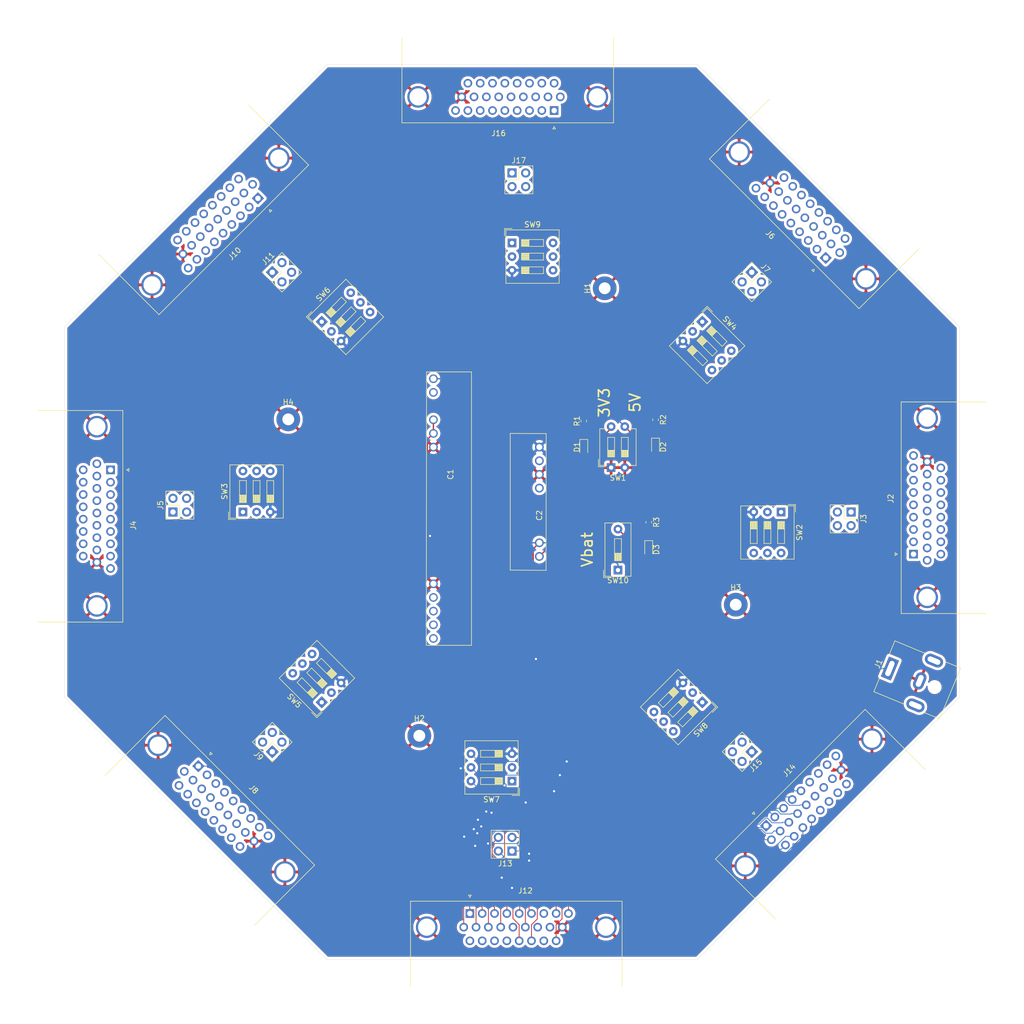
<source format=kicad_pcb>
(kicad_pcb (version 20171130) (host pcbnew 5.1.5+dfsg1-2build2)
  (layers (0 F.Cu signal) (1 In1.Cu signal) (2 In2.Cu signal) (31 B.Cu signal) (34 B.Paste user) (35 F.Paste user) (36 B.SilkS user) (37 F.SilkS user) (38 B.Mask user) (39 F.Mask user) (44 Edge.Cuts user))
  (net 0 "")
  (net 1 "Net-(C1-Pad10)")
  (net 2 GND)
  (net 3 "Net-(C1-Pad3)")
  (net 4 "Net-(C2-Pad2)")
  (net 5 "Net-(C2-Pad4)")
  (net 6 "Net-(J2-Pad25)")
  (net 7 "Net-(J2-Pad17)")
  (net 8 "Net-(J2-Pad16)")
  (net 9 "Net-(J2-Pad7)")
  (net 10 "Net-(J4-Pad25)")
  (net 11 "Net-(J4-Pad17)")
  (net 12 "Net-(J4-Pad16)")
  (net 13 "Net-(J4-Pad7)")
  (net 14 "Net-(J6-Pad25)")
  (net 15 "Net-(J6-Pad17)")
  (net 16 "Net-(J6-Pad16)")
  (net 17 "Net-(J6-Pad7)")
  (net 18 "Net-(J8-Pad25)")
  (net 19 "Net-(J8-Pad17)")
  (net 20 "Net-(J8-Pad16)")
  (net 21 "Net-(J8-Pad7)")
  (net 22 "Net-(J10-Pad25)")
  (net 23 "Net-(J10-Pad17)")
  (net 24 "Net-(J10-Pad16)")
  (net 25 "Net-(J10-Pad7)")
  (net 26 "Net-(J12-Pad25)")
  (net 27 "Net-(J12-Pad17)")
  (net 28 "Net-(J12-Pad16)")
  (net 29 "Net-(J12-Pad7)")
  (net 30 "Net-(J14-Pad25)")
  (net 31 "Net-(J14-Pad17)")
  (net 32 "Net-(J14-Pad16)")
  (net 33 "Net-(J14-Pad7)")
  (net 34 "Net-(J16-Pad25)")
  (net 35 "Net-(J16-Pad17)")
  (net 36 "Net-(J16-Pad16)")
  (net 37 "Net-(J16-Pad7)")
  (net 38 /sheet5F1F8E85/bus_3v3)
  (net 39 /sheet5F1F8E85/UART2_TX)
  (net 40 /sheet5F1F8E85/UART1_RX)
  (net 41 /SPI4_MOSI)
  (net 42 /SPI4_SCK)
  (net 43 /I2C2_SCL)
  (net 44 /I2C1_SCL)
  (net 45 /sheet5F1F8E85/UART1_TX)
  (net 46 /CAN1_RX)
  (net 47 /SPI4_MISO)
  (net 48 /SPI1_MOSI)
  (net 49 /SPI1_SCK)
  (net 50 /I2C1_SDA)
  (net 51 /sheet5F1F8E85/bus_5v)
  (net 52 /sheet5F1F8E85/bus_vbat)
  (net 53 /sheet5F1F8E85/UART2_RX)
  (net 54 /CAN1_TX)
  (net 55 /SPI4_SS)
  (net 56 /SPI1_SS)
  (net 57 /SPI1_MISO)
  (net 58 /I2C2_SDA)
  (net 59 /sheet5F22A1B0/bus_3v3)
  (net 60 /sheet5F22A1B0/UART2_TX)
  (net 61 /sheet5F22A1B0/UART1_RX)
  (net 62 /sheet5F22A1B0/UART1_TX)
  (net 63 /sheet5F22A1B0/bus_5v)
  (net 64 /sheet5F22A1B0/bus_vbat)
  (net 65 /sheet5F22A1B0/UART2_RX)
  (net 66 /sheet5F22D1E8/bus_3v3)
  (net 67 /sheet5F22D1E8/UART2_TX)
  (net 68 /sheet5F22D1E8/UART1_RX)
  (net 69 /sheet5F22D1E8/UART1_TX)
  (net 70 /sheet5F22D1E8/bus_5v)
  (net 71 /sheet5F22D1E8/bus_vbat)
  (net 72 /sheet5F22D1E8/UART2_RX)
  (net 73 /sheet5F22D1E9/bus_3v3)
  (net 74 /sheet5F22D1E9/UART2_TX)
  (net 75 /sheet5F22D1E9/UART1_RX)
  (net 76 /sheet5F22D1E9/UART1_TX)
  (net 77 /sheet5F22D1E9/bus_5v)
  (net 78 /sheet5F22D1E9/bus_vbat)
  (net 79 /sheet5F22D1E9/UART2_RX)
  (net 80 /sheet5F23178F/bus_3v3)
  (net 81 /sheet5F23178F/UART2_TX)
  (net 82 /sheet5F23178F/UART1_RX)
  (net 83 /sheet5F23178F/UART1_TX)
  (net 84 /sheet5F23178F/bus_5v)
  (net 85 /sheet5F23178F/bus_vbat)
  (net 86 /sheet5F23178F/UART2_RX)
  (net 87 /sheet5F231790/bus_3v3)
  (net 88 /sheet5F231790/UART2_TX)
  (net 89 /sheet5F231790/UART1_RX)
  (net 90 /sheet5F231790/UART1_TX)
  (net 91 /sheet5F231790/bus_5v)
  (net 92 /sheet5F231790/bus_vbat)
  (net 93 /sheet5F231790/UART2_RX)
  (net 94 /sheet5F237BCE/bus_3v3)
  (net 95 /sheet5F237BCE/UART2_TX)
  (net 96 /sheet5F237BCE/UART1_RX)
  (net 97 /sheet5F237BCE/UART1_TX)
  (net 98 /sheet5F237BCE/bus_5v)
  (net 99 /sheet5F237BCE/bus_vbat)
  (net 100 /sheet5F237BCE/UART2_RX)
  (net 101 /sheet5F237BCF/bus_3v3)
  (net 102 /sheet5F237BCF/UART2_TX)
  (net 103 /sheet5F237BCF/UART1_RX)
  (net 104 /sheet5F237BCF/UART1_TX)
  (net 105 /sheet5F237BCF/bus_5v)
  (net 106 /sheet5F237BCF/bus_vbat)
  (net 107 /sheet5F237BCF/UART2_RX)
  (net 108 3V3)
  (net 109 Vbat)
  (net 110 5V)
  (net 111 /Vin)
  (net 112 "Net-(C1-Pad11)")
  (net 113 "Net-(C2-Pad6)")
  (net 114 "Net-(D1-Pad1)")
  (net 115 "Net-(D2-Pad1)")
  (net 116 "Net-(D3-Pad1)")
  (module DB-HD-26:DSUB-26-HD_Male_Horizontal_P2.29x1.98mm_EdgePinOffset8.35mm_Housed_MountingHolesOffset10.89mm (layer F.Cu) (at 102.594634 27.060858 180)
    (fp_text reference J16 (at 10.33 -4.22) (layer F.SilkS))
    (fp_text value DB26_Male_HighDensity_MountingHoles hide)
    (pad 26 thru_hole circle (at 16.0406 5.09 180) (size 1.6 1.6) (drill 1) (layers *.Cu *.Mask) (net 101 /sheet5F237BCF/bus_3v3))
    (pad 9 thru_hole circle (at 18.3306 0.01 180) (size 1.6 1.6) (drill 1) (layers *.Cu *.Mask) (net 105 /sheet5F237BCF/bus_5v))
    (pad 16 thru_hole circle (at 12.6056 2.55 180) (size 1.6 1.6) (drill 1) (layers *.Cu *.Mask) (net 36 "Net-(J16-Pad16)"))
    (pad 0 thru_hole circle (at -8.0144 2.55 180) (size 4 4) (drill 3.2) (layers *.Cu *.Mask) (net 2 GND))
    (pad 12 thru_hole circle (at 3.4456 2.55 180) (size 1.6 1.6) (drill 1) (layers *.Cu *.Mask) (net 48 /SPI1_MOSI))
    (pad 21 thru_hole circle (at 4.5906 5.09 180) (size 1.6 1.6) (drill 1) (layers *.Cu *.Mask) (net 42 /SPI4_SCK))
    (pad 23 thru_hole circle (at 9.1706 5.09 180) (size 1.6 1.6) (drill 1) (layers *.Cu *.Mask) (net 103 /sheet5F237BCF/UART1_RX))
    (pad 14 thru_hole circle (at 8.0256 2.55 180) (size 1.6 1.6) (drill 1) (layers *.Cu *.Mask) (net 46 /CAN1_RX))
    (pad 11 thru_hole circle (at 1.1556 2.55 180) (size 1.6 1.6) (drill 1) (layers *.Cu *.Mask) (net 49 /SPI1_SCK))
    (pad 0 thru_hole circle (at 25.2856 2.55 180) (size 4 4) (drill 3.2) (layers *.Cu *.Mask) (net 2 GND))
    (pad 10 thru_hole circle (at -1.1344 2.55 180) (size 1.6 1.6) (drill 1) (layers *.Cu *.Mask) (net 50 /I2C1_SDA))
    (pad 7 thru_hole circle (at 13.7506 0.01 180) (size 1.6 1.6) (drill 1) (layers *.Cu *.Mask) (net 37 "Net-(J16-Pad7)"))
    (pad 22 thru_hole circle (at 6.8806 5.09 180) (size 1.6 1.6) (drill 1) (layers *.Cu *.Mask) (net 41 /SPI4_MOSI))
    (pad 17 thru_hole circle (at 14.8956 2.55 180) (size 1.6 1.6) (drill 1) (layers *.Cu *.Mask) (net 35 "Net-(J16-Pad17)"))
    (pad 18 thru_hole circle (at 17.1856 2.55 180) (size 1.6 1.6) (drill 1) (layers *.Cu *.Mask) (net 2 GND))
    (pad 25 thru_hole circle (at 13.7506 5.09 180) (size 1.6 1.6) (drill 1) (layers *.Cu *.Mask) (net 34 "Net-(J16-Pad25)"))
    (pad 15 thru_hole circle (at 10.3156 2.55 180) (size 1.6 1.6) (drill 1) (layers *.Cu *.Mask) (net 104 /sheet5F237BCF/UART1_TX))
    (pad 20 thru_hole circle (at 2.3006 5.09 180) (size 1.6 1.6) (drill 1) (layers *.Cu *.Mask) (net 43 /I2C2_SCL))
    (pad 13 thru_hole circle (at 5.7356 2.55 180) (size 1.6 1.6) (drill 1) (layers *.Cu *.Mask) (net 47 /SPI4_MISO))
    (pad 24 thru_hole circle (at 11.4606 5.09 180) (size 1.6 1.6) (drill 1) (layers *.Cu *.Mask) (net 102 /sheet5F237BCF/UART2_TX))
    (pad 8 thru_hole circle (at 16.0406 0.01 180) (size 1.6 1.6) (drill 1) (layers *.Cu *.Mask) (net 106 /sheet5F237BCF/bus_vbat))
    (pad 6 thru_hole circle (at 11.4606 0.01 180) (size 1.6 1.6) (drill 1) (layers *.Cu *.Mask) (net 107 /sheet5F237BCF/UART2_RX))
    (pad 19 thru_hole circle (at 0.0106 5.09 180) (size 1.6 1.6) (drill 1) (layers *.Cu *.Mask) (net 44 /I2C1_SCL))
    (pad 4 thru_hole circle (at 6.8806 0.01 180) (size 1.6 1.6) (drill 1) (layers *.Cu *.Mask) (net 55 /SPI4_SS))
    (pad 3 thru_hole circle (at 4.5906 0.01 180) (size 1.6 1.6) (drill 1) (layers *.Cu *.Mask) (net 56 /SPI1_SS))
    (pad 5 thru_hole circle (at 9.1706 0.01 180) (size 1.6 1.6) (drill 1) (layers *.Cu *.Mask) (net 54 /CAN1_TX))
    (pad 1 thru_hole rect (at 0.0106 0.01 180) (size 1.6 1.6) (drill 1) (layers *.Cu *.Mask) (net 58 /I2C2_SDA))
    (pad 2 thru_hole circle (at 2.3006 0.01 180) (size 1.6 1.6) (drill 1) (layers *.Cu *.Mask) (net 57 /SPI1_MISO))
  )
  (module DB-HD-26:DSUB-26-HD_Male_Horizontal_P2.29x1.98mm_EdgePinOffset8.35mm_Housed_MountingHolesOffset10.89mm (layer F.Cu) (at 141.954029 159.935947 45)
    (fp_text reference J14 (at 10.33 -4.22 45) (layer F.SilkS))
    (fp_text value DB26_Male_HighDensity_MountingHoles hide)
    (pad 26 thru_hole circle (at 16.0406 5.09 45) (size 1.6 1.6) (drill 1) (layers *.Cu *.Mask) (net 94 /sheet5F237BCE/bus_3v3))
    (pad 9 thru_hole circle (at 18.3306 0.01 45) (size 1.6 1.6) (drill 1) (layers *.Cu *.Mask) (net 98 /sheet5F237BCE/bus_5v))
    (pad 16 thru_hole circle (at 12.6056 2.55 45) (size 1.6 1.6) (drill 1) (layers *.Cu *.Mask) (net 32 "Net-(J14-Pad16)"))
    (pad 0 thru_hole circle (at -8.0144 2.55 45) (size 4 4) (drill 3.2) (layers *.Cu *.Mask) (net 2 GND))
    (pad 12 thru_hole circle (at 3.4456 2.55 45) (size 1.6 1.6) (drill 1) (layers *.Cu *.Mask) (net 48 /SPI1_MOSI))
    (pad 21 thru_hole circle (at 4.5906 5.09 45) (size 1.6 1.6) (drill 1) (layers *.Cu *.Mask) (net 42 /SPI4_SCK))
    (pad 23 thru_hole circle (at 9.1706 5.09 45) (size 1.6 1.6) (drill 1) (layers *.Cu *.Mask) (net 96 /sheet5F237BCE/UART1_RX))
    (pad 14 thru_hole circle (at 8.0256 2.55 45) (size 1.6 1.6) (drill 1) (layers *.Cu *.Mask) (net 46 /CAN1_RX))
    (pad 11 thru_hole circle (at 1.1556 2.55 45) (size 1.6 1.6) (drill 1) (layers *.Cu *.Mask) (net 49 /SPI1_SCK))
    (pad 0 thru_hole circle (at 25.2856 2.55 45) (size 4 4) (drill 3.2) (layers *.Cu *.Mask) (net 2 GND))
    (pad 10 thru_hole circle (at -1.1344 2.55 45) (size 1.6 1.6) (drill 1) (layers *.Cu *.Mask) (net 50 /I2C1_SDA))
    (pad 7 thru_hole circle (at 13.7506 0.01 45) (size 1.6 1.6) (drill 1) (layers *.Cu *.Mask) (net 33 "Net-(J14-Pad7)"))
    (pad 22 thru_hole circle (at 6.8806 5.09 45) (size 1.6 1.6) (drill 1) (layers *.Cu *.Mask) (net 41 /SPI4_MOSI))
    (pad 17 thru_hole circle (at 14.8956 2.55 45) (size 1.6 1.6) (drill 1) (layers *.Cu *.Mask) (net 31 "Net-(J14-Pad17)"))
    (pad 18 thru_hole circle (at 17.1856 2.55 45) (size 1.6 1.6) (drill 1) (layers *.Cu *.Mask) (net 2 GND))
    (pad 25 thru_hole circle (at 13.7506 5.09 45) (size 1.6 1.6) (drill 1) (layers *.Cu *.Mask) (net 30 "Net-(J14-Pad25)"))
    (pad 15 thru_hole circle (at 10.3156 2.55 45) (size 1.6 1.6) (drill 1) (layers *.Cu *.Mask) (net 97 /sheet5F237BCE/UART1_TX))
    (pad 20 thru_hole circle (at 2.3006 5.09 45) (size 1.6 1.6) (drill 1) (layers *.Cu *.Mask) (net 43 /I2C2_SCL))
    (pad 13 thru_hole circle (at 5.7356 2.55 45) (size 1.6 1.6) (drill 1) (layers *.Cu *.Mask) (net 47 /SPI4_MISO))
    (pad 24 thru_hole circle (at 11.4606 5.09 45) (size 1.6 1.6) (drill 1) (layers *.Cu *.Mask) (net 95 /sheet5F237BCE/UART2_TX))
    (pad 8 thru_hole circle (at 16.0406 0.01 45) (size 1.6 1.6) (drill 1) (layers *.Cu *.Mask) (net 99 /sheet5F237BCE/bus_vbat))
    (pad 6 thru_hole circle (at 11.4606 0.01 45) (size 1.6 1.6) (drill 1) (layers *.Cu *.Mask) (net 100 /sheet5F237BCE/UART2_RX))
    (pad 19 thru_hole circle (at 0.0106 5.09 45) (size 1.6 1.6) (drill 1) (layers *.Cu *.Mask) (net 44 /I2C1_SCL))
    (pad 4 thru_hole circle (at 6.8806 0.01 45) (size 1.6 1.6) (drill 1) (layers *.Cu *.Mask) (net 55 /SPI4_SS))
    (pad 3 thru_hole circle (at 4.5906 0.01 45) (size 1.6 1.6) (drill 1) (layers *.Cu *.Mask) (net 56 /SPI1_SS))
    (pad 5 thru_hole circle (at 9.1706 0.01 45) (size 1.6 1.6) (drill 1) (layers *.Cu *.Mask) (net 54 /CAN1_TX))
    (pad 1 thru_hole rect (at 0.0106 0.01 45) (size 1.6 1.6) (drill 1) (layers *.Cu *.Mask) (net 58 /I2C2_SDA))
    (pad 2 thru_hole circle (at 2.3006 0.01 45) (size 1.6 1.6) (drill 1) (layers *.Cu *.Mask) (net 57 /SPI1_MISO))
  )
  (module DB-HD-26:DSUB-26-HD_Male_Horizontal_P2.29x1.98mm_EdgePinOffset8.35mm_Housed_MountingHolesOffset10.89mm (layer F.Cu) (at 86.915366 176.239142)
    (fp_text reference J12 (at 10.33 -4.22) (layer F.SilkS))
    (fp_text value DB26_Male_HighDensity_MountingHoles hide)
    (pad 26 thru_hole circle (at 16.0406 5.09) (size 1.6 1.6) (drill 1) (layers *.Cu *.Mask) (net 87 /sheet5F231790/bus_3v3))
    (pad 9 thru_hole circle (at 18.3306 0.01) (size 1.6 1.6) (drill 1) (layers *.Cu *.Mask) (net 91 /sheet5F231790/bus_5v))
    (pad 16 thru_hole circle (at 12.6056 2.55) (size 1.6 1.6) (drill 1) (layers *.Cu *.Mask) (net 28 "Net-(J12-Pad16)"))
    (pad 0 thru_hole circle (at -8.0144 2.55) (size 4 4) (drill 3.2) (layers *.Cu *.Mask) (net 2 GND))
    (pad 12 thru_hole circle (at 3.4456 2.55) (size 1.6 1.6) (drill 1) (layers *.Cu *.Mask) (net 48 /SPI1_MOSI))
    (pad 21 thru_hole circle (at 4.5906 5.09) (size 1.6 1.6) (drill 1) (layers *.Cu *.Mask) (net 42 /SPI4_SCK))
    (pad 23 thru_hole circle (at 9.1706 5.09) (size 1.6 1.6) (drill 1) (layers *.Cu *.Mask) (net 89 /sheet5F231790/UART1_RX))
    (pad 14 thru_hole circle (at 8.0256 2.55) (size 1.6 1.6) (drill 1) (layers *.Cu *.Mask) (net 46 /CAN1_RX))
    (pad 11 thru_hole circle (at 1.1556 2.55) (size 1.6 1.6) (drill 1) (layers *.Cu *.Mask) (net 49 /SPI1_SCK))
    (pad 0 thru_hole circle (at 25.2856 2.55) (size 4 4) (drill 3.2) (layers *.Cu *.Mask) (net 2 GND))
    (pad 10 thru_hole circle (at -1.1344 2.55) (size 1.6 1.6) (drill 1) (layers *.Cu *.Mask) (net 50 /I2C1_SDA))
    (pad 7 thru_hole circle (at 13.7506 0.01) (size 1.6 1.6) (drill 1) (layers *.Cu *.Mask) (net 29 "Net-(J12-Pad7)"))
    (pad 22 thru_hole circle (at 6.8806 5.09) (size 1.6 1.6) (drill 1) (layers *.Cu *.Mask) (net 41 /SPI4_MOSI))
    (pad 17 thru_hole circle (at 14.8956 2.55) (size 1.6 1.6) (drill 1) (layers *.Cu *.Mask) (net 27 "Net-(J12-Pad17)"))
    (pad 18 thru_hole circle (at 17.1856 2.55) (size 1.6 1.6) (drill 1) (layers *.Cu *.Mask) (net 2 GND))
    (pad 25 thru_hole circle (at 13.7506 5.09) (size 1.6 1.6) (drill 1) (layers *.Cu *.Mask) (net 26 "Net-(J12-Pad25)"))
    (pad 15 thru_hole circle (at 10.3156 2.55) (size 1.6 1.6) (drill 1) (layers *.Cu *.Mask) (net 90 /sheet5F231790/UART1_TX))
    (pad 20 thru_hole circle (at 2.3006 5.09) (size 1.6 1.6) (drill 1) (layers *.Cu *.Mask) (net 43 /I2C2_SCL))
    (pad 13 thru_hole circle (at 5.7356 2.55) (size 1.6 1.6) (drill 1) (layers *.Cu *.Mask) (net 47 /SPI4_MISO))
    (pad 24 thru_hole circle (at 11.4606 5.09) (size 1.6 1.6) (drill 1) (layers *.Cu *.Mask) (net 88 /sheet5F231790/UART2_TX))
    (pad 8 thru_hole circle (at 16.0406 0.01) (size 1.6 1.6) (drill 1) (layers *.Cu *.Mask) (net 92 /sheet5F231790/bus_vbat))
    (pad 6 thru_hole circle (at 11.4606 0.01) (size 1.6 1.6) (drill 1) (layers *.Cu *.Mask) (net 93 /sheet5F231790/UART2_RX))
    (pad 19 thru_hole circle (at 0.0106 5.09) (size 1.6 1.6) (drill 1) (layers *.Cu *.Mask) (net 44 /I2C1_SCL))
    (pad 4 thru_hole circle (at 6.8806 0.01) (size 1.6 1.6) (drill 1) (layers *.Cu *.Mask) (net 55 /SPI4_SS))
    (pad 3 thru_hole circle (at 4.5906 0.01) (size 1.6 1.6) (drill 1) (layers *.Cu *.Mask) (net 56 /SPI1_SS))
    (pad 5 thru_hole circle (at 9.1706 0.01) (size 1.6 1.6) (drill 1) (layers *.Cu *.Mask) (net 54 /CAN1_TX))
    (pad 1 thru_hole rect (at 0.0106 0.01) (size 1.6 1.6) (drill 1) (layers *.Cu *.Mask) (net 58 /I2C2_SDA))
    (pad 2 thru_hole circle (at 2.3006 0.01) (size 1.6 1.6) (drill 1) (layers *.Cu *.Mask) (net 57 /SPI1_MISO))
  )
  (module DB-HD-26:DSUB-26-HD_Male_Horizontal_P2.29x1.98mm_EdgePinOffset8.35mm_Housed_MountingHolesOffset10.89mm (layer F.Cu) (at 47.555971 43.364053 225)
    (fp_text reference J10 (at 10.33 -4.22 45) (layer F.SilkS))
    (fp_text value DB26_Male_HighDensity_MountingHoles hide)
    (pad 26 thru_hole circle (at 16.0406 5.09 225) (size 1.6 1.6) (drill 1) (layers *.Cu *.Mask) (net 80 /sheet5F23178F/bus_3v3))
    (pad 9 thru_hole circle (at 18.3306 0.01 225) (size 1.6 1.6) (drill 1) (layers *.Cu *.Mask) (net 84 /sheet5F23178F/bus_5v))
    (pad 16 thru_hole circle (at 12.6056 2.55 225) (size 1.6 1.6) (drill 1) (layers *.Cu *.Mask) (net 24 "Net-(J10-Pad16)"))
    (pad 0 thru_hole circle (at -8.0144 2.55 225) (size 4 4) (drill 3.2) (layers *.Cu *.Mask) (net 2 GND))
    (pad 12 thru_hole circle (at 3.4456 2.55 225) (size 1.6 1.6) (drill 1) (layers *.Cu *.Mask) (net 48 /SPI1_MOSI))
    (pad 21 thru_hole circle (at 4.5906 5.09 225) (size 1.6 1.6) (drill 1) (layers *.Cu *.Mask) (net 42 /SPI4_SCK))
    (pad 23 thru_hole circle (at 9.1706 5.09 225) (size 1.6 1.6) (drill 1) (layers *.Cu *.Mask) (net 82 /sheet5F23178F/UART1_RX))
    (pad 14 thru_hole circle (at 8.0256 2.55 225) (size 1.6 1.6) (drill 1) (layers *.Cu *.Mask) (net 46 /CAN1_RX))
    (pad 11 thru_hole circle (at 1.1556 2.55 225) (size 1.6 1.6) (drill 1) (layers *.Cu *.Mask) (net 49 /SPI1_SCK))
    (pad 0 thru_hole circle (at 25.2856 2.55 225) (size 4 4) (drill 3.2) (layers *.Cu *.Mask) (net 2 GND))
    (pad 10 thru_hole circle (at -1.1344 2.55 225) (size 1.6 1.6) (drill 1) (layers *.Cu *.Mask) (net 50 /I2C1_SDA))
    (pad 7 thru_hole circle (at 13.7506 0.01 225) (size 1.6 1.6) (drill 1) (layers *.Cu *.Mask) (net 25 "Net-(J10-Pad7)"))
    (pad 22 thru_hole circle (at 6.8806 5.09 225) (size 1.6 1.6) (drill 1) (layers *.Cu *.Mask) (net 41 /SPI4_MOSI))
    (pad 17 thru_hole circle (at 14.8956 2.55 225) (size 1.6 1.6) (drill 1) (layers *.Cu *.Mask) (net 23 "Net-(J10-Pad17)"))
    (pad 18 thru_hole circle (at 17.1856 2.55 225) (size 1.6 1.6) (drill 1) (layers *.Cu *.Mask) (net 2 GND))
    (pad 25 thru_hole circle (at 13.7506 5.09 225) (size 1.6 1.6) (drill 1) (layers *.Cu *.Mask) (net 22 "Net-(J10-Pad25)"))
    (pad 15 thru_hole circle (at 10.3156 2.55 225) (size 1.6 1.6) (drill 1) (layers *.Cu *.Mask) (net 83 /sheet5F23178F/UART1_TX))
    (pad 20 thru_hole circle (at 2.3006 5.09 225) (size 1.6 1.6) (drill 1) (layers *.Cu *.Mask) (net 43 /I2C2_SCL))
    (pad 13 thru_hole circle (at 5.7356 2.55 225) (size 1.6 1.6) (drill 1) (layers *.Cu *.Mask) (net 47 /SPI4_MISO))
    (pad 24 thru_hole circle (at 11.4606 5.09 225) (size 1.6 1.6) (drill 1) (layers *.Cu *.Mask) (net 81 /sheet5F23178F/UART2_TX))
    (pad 8 thru_hole circle (at 16.0406 0.01 225) (size 1.6 1.6) (drill 1) (layers *.Cu *.Mask) (net 85 /sheet5F23178F/bus_vbat))
    (pad 6 thru_hole circle (at 11.4606 0.01 225) (size 1.6 1.6) (drill 1) (layers *.Cu *.Mask) (net 86 /sheet5F23178F/UART2_RX))
    (pad 19 thru_hole circle (at 0.0106 5.09 225) (size 1.6 1.6) (drill 1) (layers *.Cu *.Mask) (net 44 /I2C1_SCL))
    (pad 4 thru_hole circle (at 6.8806 0.01 225) (size 1.6 1.6) (drill 1) (layers *.Cu *.Mask) (net 55 /SPI4_SS))
    (pad 3 thru_hole circle (at 4.5906 0.01 225) (size 1.6 1.6) (drill 1) (layers *.Cu *.Mask) (net 56 /SPI1_SS))
    (pad 5 thru_hole circle (at 9.1706 0.01 225) (size 1.6 1.6) (drill 1) (layers *.Cu *.Mask) (net 54 /CAN1_TX))
    (pad 1 thru_hole rect (at 0.0106 0.01 225) (size 1.6 1.6) (drill 1) (layers *.Cu *.Mask) (net 58 /I2C2_SDA))
    (pad 2 thru_hole circle (at 2.3006 0.01 225) (size 1.6 1.6) (drill 1) (layers *.Cu *.Mask) (net 57 /SPI1_MISO))
  )
  (module DB-HD-26:DSUB-26-HD_Male_Horizontal_P2.29x1.98mm_EdgePinOffset8.35mm_Housed_MountingHolesOffset10.89mm (layer F.Cu) (at 36.469053 148.849029 315)
    (fp_text reference J8 (at 10.33 -4.22 135) (layer F.SilkS))
    (fp_text value DB26_Male_HighDensity_MountingHoles hide)
    (pad 26 thru_hole circle (at 16.0406 5.09 315) (size 1.6 1.6) (drill 1) (layers *.Cu *.Mask) (net 73 /sheet5F22D1E9/bus_3v3))
    (pad 9 thru_hole circle (at 18.3306 0.01 315) (size 1.6 1.6) (drill 1) (layers *.Cu *.Mask) (net 77 /sheet5F22D1E9/bus_5v))
    (pad 16 thru_hole circle (at 12.6056 2.55 315) (size 1.6 1.6) (drill 1) (layers *.Cu *.Mask) (net 20 "Net-(J8-Pad16)"))
    (pad 0 thru_hole circle (at -8.0144 2.55 315) (size 4 4) (drill 3.2) (layers *.Cu *.Mask) (net 2 GND))
    (pad 12 thru_hole circle (at 3.4456 2.55 315) (size 1.6 1.6) (drill 1) (layers *.Cu *.Mask) (net 48 /SPI1_MOSI))
    (pad 21 thru_hole circle (at 4.5906 5.09 315) (size 1.6 1.6) (drill 1) (layers *.Cu *.Mask) (net 42 /SPI4_SCK))
    (pad 23 thru_hole circle (at 9.1706 5.09 315) (size 1.6 1.6) (drill 1) (layers *.Cu *.Mask) (net 75 /sheet5F22D1E9/UART1_RX))
    (pad 14 thru_hole circle (at 8.0256 2.55 315) (size 1.6 1.6) (drill 1) (layers *.Cu *.Mask) (net 46 /CAN1_RX))
    (pad 11 thru_hole circle (at 1.1556 2.55 315) (size 1.6 1.6) (drill 1) (layers *.Cu *.Mask) (net 49 /SPI1_SCK))
    (pad 0 thru_hole circle (at 25.2856 2.55 315) (size 4 4) (drill 3.2) (layers *.Cu *.Mask) (net 2 GND))
    (pad 10 thru_hole circle (at -1.1344 2.55 315) (size 1.6 1.6) (drill 1) (layers *.Cu *.Mask) (net 50 /I2C1_SDA))
    (pad 7 thru_hole circle (at 13.7506 0.01 315) (size 1.6 1.6) (drill 1) (layers *.Cu *.Mask) (net 21 "Net-(J8-Pad7)"))
    (pad 22 thru_hole circle (at 6.8806 5.09 315) (size 1.6 1.6) (drill 1) (layers *.Cu *.Mask) (net 41 /SPI4_MOSI))
    (pad 17 thru_hole circle (at 14.8956 2.55 315) (size 1.6 1.6) (drill 1) (layers *.Cu *.Mask) (net 19 "Net-(J8-Pad17)"))
    (pad 18 thru_hole circle (at 17.1856 2.55 315) (size 1.6 1.6) (drill 1) (layers *.Cu *.Mask) (net 2 GND))
    (pad 25 thru_hole circle (at 13.7506 5.09 315) (size 1.6 1.6) (drill 1) (layers *.Cu *.Mask) (net 18 "Net-(J8-Pad25)"))
    (pad 15 thru_hole circle (at 10.3156 2.55 315) (size 1.6 1.6) (drill 1) (layers *.Cu *.Mask) (net 76 /sheet5F22D1E9/UART1_TX))
    (pad 20 thru_hole circle (at 2.3006 5.09 315) (size 1.6 1.6) (drill 1) (layers *.Cu *.Mask) (net 43 /I2C2_SCL))
    (pad 13 thru_hole circle (at 5.7356 2.55 315) (size 1.6 1.6) (drill 1) (layers *.Cu *.Mask) (net 47 /SPI4_MISO))
    (pad 24 thru_hole circle (at 11.4606 5.09 315) (size 1.6 1.6) (drill 1) (layers *.Cu *.Mask) (net 74 /sheet5F22D1E9/UART2_TX))
    (pad 8 thru_hole circle (at 16.0406 0.01 315) (size 1.6 1.6) (drill 1) (layers *.Cu *.Mask) (net 78 /sheet5F22D1E9/bus_vbat))
    (pad 6 thru_hole circle (at 11.4606 0.01 315) (size 1.6 1.6) (drill 1) (layers *.Cu *.Mask) (net 79 /sheet5F22D1E9/UART2_RX))
    (pad 19 thru_hole circle (at 0.0106 5.09 315) (size 1.6 1.6) (drill 1) (layers *.Cu *.Mask) (net 44 /I2C1_SCL))
    (pad 4 thru_hole circle (at 6.8806 0.01 315) (size 1.6 1.6) (drill 1) (layers *.Cu *.Mask) (net 55 /SPI4_SS))
    (pad 3 thru_hole circle (at 4.5906 0.01 315) (size 1.6 1.6) (drill 1) (layers *.Cu *.Mask) (net 56 /SPI1_SS))
    (pad 5 thru_hole circle (at 9.1706 0.01 315) (size 1.6 1.6) (drill 1) (layers *.Cu *.Mask) (net 54 /CAN1_TX))
    (pad 1 thru_hole rect (at 0.0106 0.01 315) (size 1.6 1.6) (drill 1) (layers *.Cu *.Mask) (net 58 /I2C2_SDA))
    (pad 2 thru_hole circle (at 2.3006 0.01 315) (size 1.6 1.6) (drill 1) (layers *.Cu *.Mask) (net 57 /SPI1_MISO))
  )
  (module DB-HD-26:DSUB-26-HD_Male_Horizontal_P2.29x1.98mm_EdgePinOffset8.35mm_Housed_MountingHolesOffset10.89mm (layer F.Cu) (at 153.040947 54.450971 135)
    (fp_text reference J6 (at 10.33 -4.22 135) (layer F.SilkS))
    (fp_text value DB26_Male_HighDensity_MountingHoles hide)
    (pad 26 thru_hole circle (at 16.0406 5.09 135) (size 1.6 1.6) (drill 1) (layers *.Cu *.Mask) (net 66 /sheet5F22D1E8/bus_3v3))
    (pad 9 thru_hole circle (at 18.3306 0.01 135) (size 1.6 1.6) (drill 1) (layers *.Cu *.Mask) (net 70 /sheet5F22D1E8/bus_5v))
    (pad 16 thru_hole circle (at 12.6056 2.55 135) (size 1.6 1.6) (drill 1) (layers *.Cu *.Mask) (net 16 "Net-(J6-Pad16)"))
    (pad 0 thru_hole circle (at -8.0144 2.55 135) (size 4 4) (drill 3.2) (layers *.Cu *.Mask) (net 2 GND))
    (pad 12 thru_hole circle (at 3.4456 2.55 135) (size 1.6 1.6) (drill 1) (layers *.Cu *.Mask) (net 48 /SPI1_MOSI))
    (pad 21 thru_hole circle (at 4.5906 5.09 135) (size 1.6 1.6) (drill 1) (layers *.Cu *.Mask) (net 42 /SPI4_SCK))
    (pad 23 thru_hole circle (at 9.1706 5.09 135) (size 1.6 1.6) (drill 1) (layers *.Cu *.Mask) (net 68 /sheet5F22D1E8/UART1_RX))
    (pad 14 thru_hole circle (at 8.0256 2.55 135) (size 1.6 1.6) (drill 1) (layers *.Cu *.Mask) (net 46 /CAN1_RX))
    (pad 11 thru_hole circle (at 1.1556 2.55 135) (size 1.6 1.6) (drill 1) (layers *.Cu *.Mask) (net 49 /SPI1_SCK))
    (pad 0 thru_hole circle (at 25.2856 2.55 135) (size 4 4) (drill 3.2) (layers *.Cu *.Mask) (net 2 GND))
    (pad 10 thru_hole circle (at -1.1344 2.55 135) (size 1.6 1.6) (drill 1) (layers *.Cu *.Mask) (net 50 /I2C1_SDA))
    (pad 7 thru_hole circle (at 13.7506 0.01 135) (size 1.6 1.6) (drill 1) (layers *.Cu *.Mask) (net 17 "Net-(J6-Pad7)"))
    (pad 22 thru_hole circle (at 6.8806 5.09 135) (size 1.6 1.6) (drill 1) (layers *.Cu *.Mask) (net 41 /SPI4_MOSI))
    (pad 17 thru_hole circle (at 14.8956 2.55 135) (size 1.6 1.6) (drill 1) (layers *.Cu *.Mask) (net 15 "Net-(J6-Pad17)"))
    (pad 18 thru_hole circle (at 17.1856 2.55 135) (size 1.6 1.6) (drill 1) (layers *.Cu *.Mask) (net 2 GND))
    (pad 25 thru_hole circle (at 13.7506 5.09 135) (size 1.6 1.6) (drill 1) (layers *.Cu *.Mask) (net 14 "Net-(J6-Pad25)"))
    (pad 15 thru_hole circle (at 10.3156 2.55 135) (size 1.6 1.6) (drill 1) (layers *.Cu *.Mask) (net 69 /sheet5F22D1E8/UART1_TX))
    (pad 20 thru_hole circle (at 2.3006 5.09 135) (size 1.6 1.6) (drill 1) (layers *.Cu *.Mask) (net 43 /I2C2_SCL))
    (pad 13 thru_hole circle (at 5.7356 2.55 135) (size 1.6 1.6) (drill 1) (layers *.Cu *.Mask) (net 47 /SPI4_MISO))
    (pad 24 thru_hole circle (at 11.4606 5.09 135) (size 1.6 1.6) (drill 1) (layers *.Cu *.Mask) (net 67 /sheet5F22D1E8/UART2_TX))
    (pad 8 thru_hole circle (at 16.0406 0.01 135) (size 1.6 1.6) (drill 1) (layers *.Cu *.Mask) (net 71 /sheet5F22D1E8/bus_vbat))
    (pad 6 thru_hole circle (at 11.4606 0.01 135) (size 1.6 1.6) (drill 1) (layers *.Cu *.Mask) (net 72 /sheet5F22D1E8/UART2_RX))
    (pad 19 thru_hole circle (at 0.0106 5.09 135) (size 1.6 1.6) (drill 1) (layers *.Cu *.Mask) (net 44 /I2C1_SCL))
    (pad 4 thru_hole circle (at 6.8806 0.01 135) (size 1.6 1.6) (drill 1) (layers *.Cu *.Mask) (net 55 /SPI4_SS))
    (pad 3 thru_hole circle (at 4.5906 0.01 135) (size 1.6 1.6) (drill 1) (layers *.Cu *.Mask) (net 56 /SPI1_SS))
    (pad 5 thru_hole circle (at 9.1706 0.01 135) (size 1.6 1.6) (drill 1) (layers *.Cu *.Mask) (net 54 /CAN1_TX))
    (pad 1 thru_hole rect (at 0.0106 0.01 135) (size 1.6 1.6) (drill 1) (layers *.Cu *.Mask) (net 58 /I2C2_SDA))
    (pad 2 thru_hole circle (at 2.3006 0.01 135) (size 1.6 1.6) (drill 1) (layers *.Cu *.Mask) (net 57 /SPI1_MISO))
  )
  (module DB-HD-26:DSUB-26-HD_Male_Horizontal_P2.29x1.98mm_EdgePinOffset8.35mm_Housed_MountingHolesOffset10.89mm (layer F.Cu) (at 20.165858 93.810366 270)
    (fp_text reference J4 (at 10.33 -4.22 90) (layer F.SilkS))
    (fp_text value DB26_Male_HighDensity_MountingHoles hide)
    (pad 26 thru_hole circle (at 16.0406 5.09 270) (size 1.6 1.6) (drill 1) (layers *.Cu *.Mask) (net 59 /sheet5F22A1B0/bus_3v3))
    (pad 9 thru_hole circle (at 18.3306 0.01 270) (size 1.6 1.6) (drill 1) (layers *.Cu *.Mask) (net 63 /sheet5F22A1B0/bus_5v))
    (pad 16 thru_hole circle (at 12.6056 2.55 270) (size 1.6 1.6) (drill 1) (layers *.Cu *.Mask) (net 12 "Net-(J4-Pad16)"))
    (pad 0 thru_hole circle (at -8.0144 2.55 270) (size 4 4) (drill 3.2) (layers *.Cu *.Mask) (net 2 GND))
    (pad 12 thru_hole circle (at 3.4456 2.55 270) (size 1.6 1.6) (drill 1) (layers *.Cu *.Mask) (net 48 /SPI1_MOSI))
    (pad 21 thru_hole circle (at 4.5906 5.09 270) (size 1.6 1.6) (drill 1) (layers *.Cu *.Mask) (net 42 /SPI4_SCK))
    (pad 23 thru_hole circle (at 9.1706 5.09 270) (size 1.6 1.6) (drill 1) (layers *.Cu *.Mask) (net 61 /sheet5F22A1B0/UART1_RX))
    (pad 14 thru_hole circle (at 8.0256 2.55 270) (size 1.6 1.6) (drill 1) (layers *.Cu *.Mask) (net 46 /CAN1_RX))
    (pad 11 thru_hole circle (at 1.1556 2.55 270) (size 1.6 1.6) (drill 1) (layers *.Cu *.Mask) (net 49 /SPI1_SCK))
    (pad 0 thru_hole circle (at 25.2856 2.55 270) (size 4 4) (drill 3.2) (layers *.Cu *.Mask) (net 2 GND))
    (pad 10 thru_hole circle (at -1.1344 2.55 270) (size 1.6 1.6) (drill 1) (layers *.Cu *.Mask) (net 50 /I2C1_SDA))
    (pad 7 thru_hole circle (at 13.7506 0.01 270) (size 1.6 1.6) (drill 1) (layers *.Cu *.Mask) (net 13 "Net-(J4-Pad7)"))
    (pad 22 thru_hole circle (at 6.8806 5.09 270) (size 1.6 1.6) (drill 1) (layers *.Cu *.Mask) (net 41 /SPI4_MOSI))
    (pad 17 thru_hole circle (at 14.8956 2.55 270) (size 1.6 1.6) (drill 1) (layers *.Cu *.Mask) (net 11 "Net-(J4-Pad17)"))
    (pad 18 thru_hole circle (at 17.1856 2.55 270) (size 1.6 1.6) (drill 1) (layers *.Cu *.Mask) (net 2 GND))
    (pad 25 thru_hole circle (at 13.7506 5.09 270) (size 1.6 1.6) (drill 1) (layers *.Cu *.Mask) (net 10 "Net-(J4-Pad25)"))
    (pad 15 thru_hole circle (at 10.3156 2.55 270) (size 1.6 1.6) (drill 1) (layers *.Cu *.Mask) (net 62 /sheet5F22A1B0/UART1_TX))
    (pad 20 thru_hole circle (at 2.3006 5.09 270) (size 1.6 1.6) (drill 1) (layers *.Cu *.Mask) (net 43 /I2C2_SCL))
    (pad 13 thru_hole circle (at 5.7356 2.55 270) (size 1.6 1.6) (drill 1) (layers *.Cu *.Mask) (net 47 /SPI4_MISO))
    (pad 24 thru_hole circle (at 11.4606 5.09 270) (size 1.6 1.6) (drill 1) (layers *.Cu *.Mask) (net 60 /sheet5F22A1B0/UART2_TX))
    (pad 8 thru_hole circle (at 16.0406 0.01 270) (size 1.6 1.6) (drill 1) (layers *.Cu *.Mask) (net 64 /sheet5F22A1B0/bus_vbat))
    (pad 6 thru_hole circle (at 11.4606 0.01 270) (size 1.6 1.6) (drill 1) (layers *.Cu *.Mask) (net 65 /sheet5F22A1B0/UART2_RX))
    (pad 19 thru_hole circle (at 0.0106 5.09 270) (size 1.6 1.6) (drill 1) (layers *.Cu *.Mask) (net 44 /I2C1_SCL))
    (pad 4 thru_hole circle (at 6.8806 0.01 270) (size 1.6 1.6) (drill 1) (layers *.Cu *.Mask) (net 55 /SPI4_SS))
    (pad 3 thru_hole circle (at 4.5906 0.01 270) (size 1.6 1.6) (drill 1) (layers *.Cu *.Mask) (net 56 /SPI1_SS))
    (pad 5 thru_hole circle (at 9.1706 0.01 270) (size 1.6 1.6) (drill 1) (layers *.Cu *.Mask) (net 54 /CAN1_TX))
    (pad 1 thru_hole rect (at 0.0106 0.01 270) (size 1.6 1.6) (drill 1) (layers *.Cu *.Mask) (net 58 /I2C2_SDA))
    (pad 2 thru_hole circle (at 2.3006 0.01 270) (size 1.6 1.6) (drill 1) (layers *.Cu *.Mask) (net 57 /SPI1_MISO))
  )
  (module DB-HD-26:DSUB-26-HD_Male_Horizontal_P2.29x1.98mm_EdgePinOffset8.35mm_Housed_MountingHolesOffset10.89mm (layer F.Cu) (at 169.344142 109.489634 90)
    (fp_text reference J2 (at 10.33 -4.22 90) (layer F.SilkS))
    (fp_text value DB26_Male_HighDensity_MountingHoles hide)
    (pad 26 thru_hole circle (at 16.0406 5.09 90) (size 1.6 1.6) (drill 1) (layers *.Cu *.Mask) (net 38 /sheet5F1F8E85/bus_3v3))
    (pad 9 thru_hole circle (at 18.3306 0.01 90) (size 1.6 1.6) (drill 1) (layers *.Cu *.Mask) (net 51 /sheet5F1F8E85/bus_5v))
    (pad 16 thru_hole circle (at 12.6056 2.55 90) (size 1.6 1.6) (drill 1) (layers *.Cu *.Mask) (net 8 "Net-(J2-Pad16)"))
    (pad 0 thru_hole circle (at -8.0144 2.55 90) (size 4 4) (drill 3.2) (layers *.Cu *.Mask) (net 2 GND))
    (pad 12 thru_hole circle (at 3.4456 2.55 90) (size 1.6 1.6) (drill 1) (layers *.Cu *.Mask) (net 48 /SPI1_MOSI))
    (pad 21 thru_hole circle (at 4.5906 5.09 90) (size 1.6 1.6) (drill 1) (layers *.Cu *.Mask) (net 42 /SPI4_SCK))
    (pad 23 thru_hole circle (at 9.1706 5.09 90) (size 1.6 1.6) (drill 1) (layers *.Cu *.Mask) (net 40 /sheet5F1F8E85/UART1_RX))
    (pad 14 thru_hole circle (at 8.0256 2.55 90) (size 1.6 1.6) (drill 1) (layers *.Cu *.Mask) (net 46 /CAN1_RX))
    (pad 11 thru_hole circle (at 1.1556 2.55 90) (size 1.6 1.6) (drill 1) (layers *.Cu *.Mask) (net 49 /SPI1_SCK))
    (pad 0 thru_hole circle (at 25.2856 2.55 90) (size 4 4) (drill 3.2) (layers *.Cu *.Mask) (net 2 GND))
    (pad 10 thru_hole circle (at -1.1344 2.55 90) (size 1.6 1.6) (drill 1) (layers *.Cu *.Mask) (net 50 /I2C1_SDA))
    (pad 7 thru_hole circle (at 13.7506 0.01 90) (size 1.6 1.6) (drill 1) (layers *.Cu *.Mask) (net 9 "Net-(J2-Pad7)"))
    (pad 22 thru_hole circle (at 6.8806 5.09 90) (size 1.6 1.6) (drill 1) (layers *.Cu *.Mask) (net 41 /SPI4_MOSI))
    (pad 17 thru_hole circle (at 14.8956 2.55 90) (size 1.6 1.6) (drill 1) (layers *.Cu *.Mask) (net 7 "Net-(J2-Pad17)"))
    (pad 18 thru_hole circle (at 17.1856 2.55 90) (size 1.6 1.6) (drill 1) (layers *.Cu *.Mask) (net 2 GND))
    (pad 25 thru_hole circle (at 13.7506 5.09 90) (size 1.6 1.6) (drill 1) (layers *.Cu *.Mask) (net 6 "Net-(J2-Pad25)"))
    (pad 15 thru_hole circle (at 10.3156 2.55 90) (size 1.6 1.6) (drill 1) (layers *.Cu *.Mask) (net 45 /sheet5F1F8E85/UART1_TX))
    (pad 20 thru_hole circle (at 2.3006 5.09 90) (size 1.6 1.6) (drill 1) (layers *.Cu *.Mask) (net 43 /I2C2_SCL))
    (pad 13 thru_hole circle (at 5.7356 2.55 90) (size 1.6 1.6) (drill 1) (layers *.Cu *.Mask) (net 47 /SPI4_MISO))
    (pad 24 thru_hole circle (at 11.4606 5.09 90) (size 1.6 1.6) (drill 1) (layers *.Cu *.Mask) (net 39 /sheet5F1F8E85/UART2_TX))
    (pad 8 thru_hole circle (at 16.0406 0.01 90) (size 1.6 1.6) (drill 1) (layers *.Cu *.Mask) (net 52 /sheet5F1F8E85/bus_vbat))
    (pad 6 thru_hole circle (at 11.4606 0.01 90) (size 1.6 1.6) (drill 1) (layers *.Cu *.Mask) (net 53 /sheet5F1F8E85/UART2_RX))
    (pad 19 thru_hole circle (at 0.0106 5.09 90) (size 1.6 1.6) (drill 1) (layers *.Cu *.Mask) (net 44 /I2C1_SCL))
    (pad 4 thru_hole circle (at 6.8806 0.01 90) (size 1.6 1.6) (drill 1) (layers *.Cu *.Mask) (net 55 /SPI4_SS))
    (pad 3 thru_hole circle (at 4.5906 0.01 90) (size 1.6 1.6) (drill 1) (layers *.Cu *.Mask) (net 56 /SPI1_SS))
    (pad 5 thru_hole circle (at 9.1706 0.01 90) (size 1.6 1.6) (drill 1) (layers *.Cu *.Mask) (net 54 /CAN1_TX))
    (pad 1 thru_hole rect (at 0.0106 0.01 90) (size 1.6 1.6) (drill 1) (layers *.Cu *.Mask) (net 58 /I2C2_SDA))
    (pad 2 thru_hole circle (at 2.3006 0.01 90) (size 1.6 1.6) (drill 1) (layers *.Cu *.Mask) (net 57 /SPI1_MISO))
  )
  (module Resistor_SMD:R_0603_1608Metric_Pad1.05x0.95mm_HandSolder (layer F.Cu) (at 120.155 103.555 270)
    (fp_text reference R3 (at 0 -1.43 90) (layer F.SilkS))
    (fp_text value R)
    (pad 2 smd roundrect (at 0.875 0 270) (size 1.05 0.95) (layers F.Cu F.Paste F.Mask) (net 116 "Net-(D3-Pad1)"))
    (pad 1 smd roundrect (at -0.875 0 270) (size 1.05 0.95) (layers F.Cu F.Paste F.Mask) (net 2 GND))
  )
  (module Resistor_SMD:R_0603_1608Metric_Pad1.05x0.95mm_HandSolder (layer F.Cu) (at 121.425 84.505 270)
    (fp_text reference R2 (at 0 -1.43 90) (layer F.SilkS))
    (fp_text value R)
    (pad 2 smd roundrect (at 0.875 0 270) (size 1.05 0.95) (layers F.Cu F.Paste F.Mask) (net 115 "Net-(D2-Pad1)"))
    (pad 1 smd roundrect (at -0.875 0 270) (size 1.05 0.95) (layers F.Cu F.Paste F.Mask) (net 2 GND))
  )
  (module Resistor_SMD:R_0603_1608Metric_Pad1.05x0.95mm_HandSolder (layer F.Cu) (at 108.09 84.745 270)
    (fp_text reference R1 (at 0 1.27 90) (layer F.SilkS))
    (fp_text value R)
    (pad 2 smd roundrect (at 0.875 0 270) (size 1.05 0.95) (layers F.Cu F.Paste F.Mask) (net 114 "Net-(D1-Pad1)"))
    (pad 1 smd roundrect (at -0.875 0 270) (size 1.05 0.95) (layers F.Cu F.Paste F.Mask) (net 2 GND))
  )
  (module LED_SMD:LED_0603_1608Metric_Pad1.05x0.95mm_HandSolder (layer F.Cu) (at 120.155 108.635 270)
    (fp_text reference D3 (at 0 -1.43 90) (layer F.SilkS))
    (fp_text value LED)
    (pad 2 smd roundrect (at 0.875 0 270) (size 1.05 0.95) (layers F.Cu F.Paste F.Mask) (net 109 Vbat))
    (pad 1 smd roundrect (at -0.875 0 270) (size 1.05 0.95) (layers F.Cu F.Paste F.Mask) (net 116 "Net-(D3-Pad1)"))
  )
  (module LED_SMD:LED_0603_1608Metric_Pad1.05x0.95mm_HandSolder (layer F.Cu) (at 121.425 89.585 270)
    (fp_text reference D2 (at 0 -1.43 90) (layer F.SilkS))
    (fp_text value LED)
    (pad 2 smd roundrect (at 0.875 0 270) (size 1.05 0.95) (layers F.Cu F.Paste F.Mask) (net 112 "Net-(C1-Pad11)"))
    (pad 1 smd roundrect (at -0.875 0 270) (size 1.05 0.95) (layers F.Cu F.Paste F.Mask) (net 115 "Net-(D2-Pad1)"))
  )
  (module LED_SMD:LED_0603_1608Metric_Pad1.05x0.95mm_HandSolder (layer F.Cu) (at 108.09 89.825 270)
    (fp_text reference D1 (at -0.24 1.27 90) (layer F.SilkS))
    (fp_text value LED)
    (pad 2 smd roundrect (at 0.875 0 270) (size 1.05 0.95) (layers F.Cu F.Paste F.Mask) (net 113 "Net-(C2-Pad6)"))
    (pad 1 smd roundrect (at -0.875 0 270) (size 1.05 0.95) (layers F.Cu F.Paste F.Mask) (net 114 "Net-(D1-Pad1)"))
  )
  (module Button_Switch_THT:SW_DIP_SPSTx01_Slide_9.78x4.72mm_W7.62mm_P2.54mm (layer F.Cu) (at 114.44 112.445 90)
    (fp_text reference SW10 (at -1.905 0 180) (layer F.SilkS))
    (fp_text value SW_SPST)
    (pad 2 thru_hole oval (at 7.62 0 90) (size 1.6 1.6) (drill 0.8) (layers *.Cu *.Mask) (net 109 Vbat))
    (pad 1 thru_hole rect (at 0 0 90) (size 1.6 1.6) (drill 0.8) (layers *.Cu *.Mask) (net 111 /Vin))
  )
  (module Button_Switch_THT:SW_DIP_SPSTx02_Slide_6.7x6.64mm_W7.62mm_P2.54mm_LowProfile (layer F.Cu) (at 113.17 93.395 90)
    (fp_text reference SW1 (at -1.905 1.27 180) (layer F.SilkS))
    (fp_text value SW_DIP_x02)
    (pad 4 thru_hole oval (at 7.62 0 90) (size 1.6 1.6) (drill 0.8) (layers *.Cu *.Mask) (net 113 "Net-(C2-Pad6)"))
    (pad 2 thru_hole oval (at 0 2.54 90) (size 1.6 1.6) (drill 0.8) (layers *.Cu *.Mask) (net 2 GND))
    (pad 3 thru_hole oval (at 7.62 2.54 90) (size 1.6 1.6) (drill 0.8) (layers *.Cu *.Mask) (net 112 "Net-(C1-Pad11)"))
    (pad 1 thru_hole rect (at 0 0 90) (size 1.6 1.6) (drill 0.8) (layers *.Cu *.Mask) (net 2 GND))
  )
  (module Connector_BarrelJack:BarrelJack_CUI_PJ-063AH_Horizontal (layer F.Cu) (at 164.969844 130.73394 67.5)
    (fp_text reference J1 (at 0 -2.3 67.5) (layer F.SilkS))
    (fp_text value Jack-DC)
    (pad "" np_thru_hole circle (at 0 9 67.5) (size 1.6 1.6) (drill 1.6) (layers *.Cu *.Mask))
    (pad MP thru_hole oval (at 4.5 7 67.5) (size 2 3.5) (drill oval 1 2.5) (layers *.Cu *.Mask))
    (pad MP thru_hole oval (at -4.5 7 67.5) (size 2 3.5) (drill oval 1 2.5) (layers *.Cu *.Mask))
    (pad 2 thru_hole oval (at 0 6 67.5) (size 3.3 2) (drill oval 2.3 1) (layers *.Cu *.Mask) (net 2 GND))
    (pad 1 thru_hole rect (at 0 0 67.5) (size 4 2) (drill oval 3 1) (layers *.Cu *.Mask) (net 111 /Vin))
  )
  (module Button_Switch_THT:SW_DIP_SPSTx03_Slide_9.78x9.8mm_W7.62mm_P2.54mm (layer F.Cu) (at 94.755 51.65)
    (fp_text reference SW9 (at 3.81 -3.42) (layer F.SilkS))
    (fp_text value SW_DIP_x03)
    (pad 6 thru_hole oval (at 7.62 0) (size 1.6 1.6) (drill 0.8) (layers *.Cu *.Mask) (net 106 /sheet5F237BCF/bus_vbat))
    (pad 3 thru_hole oval (at 0 5.08) (size 1.6 1.6) (drill 0.8) (layers *.Cu *.Mask) (net 110 5V))
    (pad 5 thru_hole oval (at 7.62 2.54) (size 1.6 1.6) (drill 0.8) (layers *.Cu *.Mask) (net 101 /sheet5F237BCF/bus_3v3))
    (pad 2 thru_hole oval (at 0 2.54) (size 1.6 1.6) (drill 0.8) (layers *.Cu *.Mask) (net 108 3V3))
    (pad 4 thru_hole oval (at 7.62 5.08) (size 1.6 1.6) (drill 0.8) (layers *.Cu *.Mask) (net 105 /sheet5F237BCF/bus_5v))
    (pad 1 thru_hole rect (at 0 0) (size 1.6 1.6) (drill 0.8) (layers *.Cu *.Mask) (net 109 Vbat))
  )
  (module Button_Switch_THT:SW_DIP_SPSTx03_Slide_9.78x9.8mm_W7.62mm_P2.54mm (layer F.Cu) (at 130.110339 137.005339 225)
    (fp_text reference SW8 (at 3.81 -3.42 45) (layer F.SilkS))
    (fp_text value SW_DIP_x03)
    (pad 6 thru_hole oval (at 7.62 0 225) (size 1.6 1.6) (drill 0.8) (layers *.Cu *.Mask) (net 99 /sheet5F237BCE/bus_vbat))
    (pad 3 thru_hole oval (at 0 5.08 225) (size 1.6 1.6) (drill 0.8) (layers *.Cu *.Mask) (net 110 5V))
    (pad 5 thru_hole oval (at 7.62 2.54 225) (size 1.6 1.6) (drill 0.8) (layers *.Cu *.Mask) (net 94 /sheet5F237BCE/bus_3v3))
    (pad 2 thru_hole oval (at 0 2.54 225) (size 1.6 1.6) (drill 0.8) (layers *.Cu *.Mask) (net 108 3V3))
    (pad 4 thru_hole oval (at 7.62 5.08 225) (size 1.6 1.6) (drill 0.8) (layers *.Cu *.Mask) (net 98 /sheet5F237BCE/bus_5v))
    (pad 1 thru_hole rect (at 0 0 225) (size 1.6 1.6) (drill 0.8) (layers *.Cu *.Mask) (net 109 Vbat))
  )
  (module Button_Switch_THT:SW_DIP_SPSTx03_Slide_9.78x9.8mm_W7.62mm_P2.54mm (layer F.Cu) (at 94.755 151.65 180)
    (fp_text reference SW7 (at 3.81 -3.42) (layer F.SilkS))
    (fp_text value SW_DIP_x03)
    (pad 6 thru_hole oval (at 7.62 0 180) (size 1.6 1.6) (drill 0.8) (layers *.Cu *.Mask) (net 92 /sheet5F231790/bus_vbat))
    (pad 3 thru_hole oval (at 0 5.08 180) (size 1.6 1.6) (drill 0.8) (layers *.Cu *.Mask) (net 110 5V))
    (pad 5 thru_hole oval (at 7.62 2.54 180) (size 1.6 1.6) (drill 0.8) (layers *.Cu *.Mask) (net 87 /sheet5F231790/bus_3v3))
    (pad 2 thru_hole oval (at 0 2.54 180) (size 1.6 1.6) (drill 0.8) (layers *.Cu *.Mask) (net 108 3V3))
    (pad 4 thru_hole oval (at 7.62 5.08 180) (size 1.6 1.6) (drill 0.8) (layers *.Cu *.Mask) (net 91 /sheet5F231790/bus_5v))
    (pad 1 thru_hole rect (at 0 0 180) (size 1.6 1.6) (drill 0.8) (layers *.Cu *.Mask) (net 109 Vbat))
  )
  (module Button_Switch_THT:SW_DIP_SPSTx03_Slide_9.78x9.8mm_W7.62mm_P2.54mm (layer F.Cu) (at 59.399661 66.294661 45)
    (fp_text reference SW6 (at 3.81 -3.42 45) (layer F.SilkS))
    (fp_text value SW_DIP_x03)
    (pad 6 thru_hole oval (at 7.62 0 45) (size 1.6 1.6) (drill 0.8) (layers *.Cu *.Mask) (net 85 /sheet5F23178F/bus_vbat))
    (pad 3 thru_hole oval (at 0 5.08 45) (size 1.6 1.6) (drill 0.8) (layers *.Cu *.Mask) (net 110 5V))
    (pad 5 thru_hole oval (at 7.62 2.54 45) (size 1.6 1.6) (drill 0.8) (layers *.Cu *.Mask) (net 80 /sheet5F23178F/bus_3v3))
    (pad 2 thru_hole oval (at 0 2.54 45) (size 1.6 1.6) (drill 0.8) (layers *.Cu *.Mask) (net 108 3V3))
    (pad 4 thru_hole oval (at 7.62 5.08 45) (size 1.6 1.6) (drill 0.8) (layers *.Cu *.Mask) (net 84 /sheet5F23178F/bus_5v))
    (pad 1 thru_hole rect (at 0 0 45) (size 1.6 1.6) (drill 0.8) (layers *.Cu *.Mask) (net 109 Vbat))
  )
  (module Button_Switch_THT:SW_DIP_SPSTx03_Slide_9.78x9.8mm_W7.62mm_P2.54mm (layer F.Cu) (at 59.399661 137.005339 135)
    (fp_text reference SW5 (at 3.81 -3.42 135) (layer F.SilkS))
    (fp_text value SW_DIP_x03)
    (pad 6 thru_hole oval (at 7.62 0 135) (size 1.6 1.6) (drill 0.8) (layers *.Cu *.Mask) (net 78 /sheet5F22D1E9/bus_vbat))
    (pad 3 thru_hole oval (at 0 5.08 135) (size 1.6 1.6) (drill 0.8) (layers *.Cu *.Mask) (net 110 5V))
    (pad 5 thru_hole oval (at 7.62 2.54 135) (size 1.6 1.6) (drill 0.8) (layers *.Cu *.Mask) (net 73 /sheet5F22D1E9/bus_3v3))
    (pad 2 thru_hole oval (at 0 2.54 135) (size 1.6 1.6) (drill 0.8) (layers *.Cu *.Mask) (net 108 3V3))
    (pad 4 thru_hole oval (at 7.62 5.08 135) (size 1.6 1.6) (drill 0.8) (layers *.Cu *.Mask) (net 77 /sheet5F22D1E9/bus_5v))
    (pad 1 thru_hole rect (at 0 0 135) (size 1.6 1.6) (drill 0.8) (layers *.Cu *.Mask) (net 109 Vbat))
  )
  (module Button_Switch_THT:SW_DIP_SPSTx03_Slide_9.78x9.8mm_W7.62mm_P2.54mm (layer F.Cu) (at 130.110339 66.294661 315)
    (fp_text reference SW4 (at 3.81 -3.42 135) (layer F.SilkS))
    (fp_text value SW_DIP_x03)
    (pad 6 thru_hole oval (at 7.62 0 315) (size 1.6 1.6) (drill 0.8) (layers *.Cu *.Mask) (net 71 /sheet5F22D1E8/bus_vbat))
    (pad 3 thru_hole oval (at 0 5.08 315) (size 1.6 1.6) (drill 0.8) (layers *.Cu *.Mask) (net 110 5V))
    (pad 5 thru_hole oval (at 7.62 2.54 315) (size 1.6 1.6) (drill 0.8) (layers *.Cu *.Mask) (net 66 /sheet5F22D1E8/bus_3v3))
    (pad 2 thru_hole oval (at 0 2.54 315) (size 1.6 1.6) (drill 0.8) (layers *.Cu *.Mask) (net 108 3V3))
    (pad 4 thru_hole oval (at 7.62 5.08 315) (size 1.6 1.6) (drill 0.8) (layers *.Cu *.Mask) (net 70 /sheet5F22D1E8/bus_5v))
    (pad 1 thru_hole rect (at 0 0 315) (size 1.6 1.6) (drill 0.8) (layers *.Cu *.Mask) (net 109 Vbat))
  )
  (module Button_Switch_THT:SW_DIP_SPSTx03_Slide_9.78x9.8mm_W7.62mm_P2.54mm (layer F.Cu) (at 44.755 101.65 90)
    (fp_text reference SW3 (at 3.81 -3.42 90) (layer F.SilkS))
    (fp_text value SW_DIP_x03)
    (pad 6 thru_hole oval (at 7.62 0 90) (size 1.6 1.6) (drill 0.8) (layers *.Cu *.Mask) (net 64 /sheet5F22A1B0/bus_vbat))
    (pad 3 thru_hole oval (at 0 5.08 90) (size 1.6 1.6) (drill 0.8) (layers *.Cu *.Mask) (net 110 5V))
    (pad 5 thru_hole oval (at 7.62 2.54 90) (size 1.6 1.6) (drill 0.8) (layers *.Cu *.Mask) (net 59 /sheet5F22A1B0/bus_3v3))
    (pad 2 thru_hole oval (at 0 2.54 90) (size 1.6 1.6) (drill 0.8) (layers *.Cu *.Mask) (net 108 3V3))
    (pad 4 thru_hole oval (at 7.62 5.08 90) (size 1.6 1.6) (drill 0.8) (layers *.Cu *.Mask) (net 63 /sheet5F22A1B0/bus_5v))
    (pad 1 thru_hole rect (at 0 0 90) (size 1.6 1.6) (drill 0.8) (layers *.Cu *.Mask) (net 109 Vbat))
  )
  (module Button_Switch_THT:SW_DIP_SPSTx03_Slide_9.78x9.8mm_W7.62mm_P2.54mm (layer F.Cu) (at 144.755 101.65 270)
    (fp_text reference SW2 (at 3.81 -3.42 90) (layer F.SilkS))
    (fp_text value SW_DIP_x03)
    (pad 6 thru_hole oval (at 7.62 0 270) (size 1.6 1.6) (drill 0.8) (layers *.Cu *.Mask) (net 52 /sheet5F1F8E85/bus_vbat))
    (pad 3 thru_hole oval (at 0 5.08 270) (size 1.6 1.6) (drill 0.8) (layers *.Cu *.Mask) (net 110 5V))
    (pad 5 thru_hole oval (at 7.62 2.54 270) (size 1.6 1.6) (drill 0.8) (layers *.Cu *.Mask) (net 38 /sheet5F1F8E85/bus_3v3))
    (pad 2 thru_hole oval (at 0 2.54 270) (size 1.6 1.6) (drill 0.8) (layers *.Cu *.Mask) (net 108 3V3))
    (pad 4 thru_hole oval (at 7.62 5.08 270) (size 1.6 1.6) (drill 0.8) (layers *.Cu *.Mask) (net 51 /sheet5F1F8E85/bus_5v))
    (pad 1 thru_hole rect (at 0 0 270) (size 1.6 1.6) (drill 0.8) (layers *.Cu *.Mask) (net 109 Vbat))
  )
  (module Connector_PinHeader_2.54mm:PinHeader_2x02_P2.54mm_Vertical (layer F.Cu) (at 94.755 38.65)
    (fp_text reference J17 (at 1.27 -2.33) (layer F.SilkS))
    (fp_text value Conn_02x02_Odd_Even)
    (pad 4 thru_hole oval (at 2.54 2.54) (size 1.7 1.7) (drill 1) (layers *.Cu *.Mask) (net 103 /sheet5F237BCF/UART1_RX))
    (pad 3 thru_hole oval (at 0 2.54) (size 1.7 1.7) (drill 1) (layers *.Cu *.Mask) (net 104 /sheet5F237BCF/UART1_TX))
    (pad 2 thru_hole oval (at 2.54 0) (size 1.7 1.7) (drill 1) (layers *.Cu *.Mask) (net 107 /sheet5F237BCF/UART2_RX))
    (pad 1 thru_hole rect (at 0 0) (size 1.7 1.7) (drill 1) (layers *.Cu *.Mask) (net 102 /sheet5F237BCF/UART2_TX))
  )
  (module Connector_PinHeader_2.54mm:PinHeader_2x02_P2.54mm_Vertical (layer F.Cu) (at 139.302727 146.197727 225)
    (fp_text reference J15 (at 1.27 -2.33 45) (layer F.SilkS))
    (fp_text value Conn_02x02_Odd_Even)
    (pad 4 thru_hole oval (at 2.54 2.54 225) (size 1.7 1.7) (drill 1) (layers *.Cu *.Mask) (net 96 /sheet5F237BCE/UART1_RX))
    (pad 3 thru_hole oval (at 0 2.54 225) (size 1.7 1.7) (drill 1) (layers *.Cu *.Mask) (net 97 /sheet5F237BCE/UART1_TX))
    (pad 2 thru_hole oval (at 2.54 0 225) (size 1.7 1.7) (drill 1) (layers *.Cu *.Mask) (net 100 /sheet5F237BCE/UART2_RX))
    (pad 1 thru_hole rect (at 0 0 225) (size 1.7 1.7) (drill 1) (layers *.Cu *.Mask) (net 95 /sheet5F237BCE/UART2_TX))
  )
  (module Connector_PinHeader_2.54mm:PinHeader_2x02_P2.54mm_Vertical (layer F.Cu) (at 94.755 164.65 180)
    (fp_text reference J13 (at 1.27 -2.33) (layer F.SilkS))
    (fp_text value Conn_02x02_Odd_Even)
    (pad 4 thru_hole oval (at 2.54 2.54 180) (size 1.7 1.7) (drill 1) (layers *.Cu *.Mask) (net 89 /sheet5F231790/UART1_RX))
    (pad 3 thru_hole oval (at 0 2.54 180) (size 1.7 1.7) (drill 1) (layers *.Cu *.Mask) (net 90 /sheet5F231790/UART1_TX))
    (pad 2 thru_hole oval (at 2.54 0 180) (size 1.7 1.7) (drill 1) (layers *.Cu *.Mask) (net 93 /sheet5F231790/UART2_RX))
    (pad 1 thru_hole rect (at 0 0 180) (size 1.7 1.7) (drill 1) (layers *.Cu *.Mask) (net 88 /sheet5F231790/UART2_TX))
  )
  (module Connector_PinHeader_2.54mm:PinHeader_2x02_P2.54mm_Vertical (layer F.Cu) (at 50.207273 57.102273 45)
    (fp_text reference J11 (at 1.27 -2.33 45) (layer F.SilkS))
    (fp_text value Conn_02x02_Odd_Even)
    (pad 4 thru_hole oval (at 2.54 2.54 45) (size 1.7 1.7) (drill 1) (layers *.Cu *.Mask) (net 82 /sheet5F23178F/UART1_RX))
    (pad 3 thru_hole oval (at 0 2.54 45) (size 1.7 1.7) (drill 1) (layers *.Cu *.Mask) (net 83 /sheet5F23178F/UART1_TX))
    (pad 2 thru_hole oval (at 2.54 0 45) (size 1.7 1.7) (drill 1) (layers *.Cu *.Mask) (net 86 /sheet5F23178F/UART2_RX))
    (pad 1 thru_hole rect (at 0 0 45) (size 1.7 1.7) (drill 1) (layers *.Cu *.Mask) (net 81 /sheet5F23178F/UART2_TX))
  )
  (module Connector_PinHeader_2.54mm:PinHeader_2x02_P2.54mm_Vertical (layer F.Cu) (at 50.207273 146.197727 135)
    (fp_text reference J9 (at 1.27 -2.33 135) (layer F.SilkS))
    (fp_text value Conn_02x02_Odd_Even)
    (pad 4 thru_hole oval (at 2.54 2.54 135) (size 1.7 1.7) (drill 1) (layers *.Cu *.Mask) (net 75 /sheet5F22D1E9/UART1_RX))
    (pad 3 thru_hole oval (at 0 2.54 135) (size 1.7 1.7) (drill 1) (layers *.Cu *.Mask) (net 76 /sheet5F22D1E9/UART1_TX))
    (pad 2 thru_hole oval (at 2.54 0 135) (size 1.7 1.7) (drill 1) (layers *.Cu *.Mask) (net 79 /sheet5F22D1E9/UART2_RX))
    (pad 1 thru_hole rect (at 0 0 135) (size 1.7 1.7) (drill 1) (layers *.Cu *.Mask) (net 74 /sheet5F22D1E9/UART2_TX))
  )
  (module Connector_PinHeader_2.54mm:PinHeader_2x02_P2.54mm_Vertical (layer F.Cu) (at 139.302727 57.102273 315)
    (fp_text reference J7 (at 1.27 -2.33 135) (layer F.SilkS))
    (fp_text value Conn_02x02_Odd_Even)
    (pad 4 thru_hole oval (at 2.54 2.54 315) (size 1.7 1.7) (drill 1) (layers *.Cu *.Mask) (net 68 /sheet5F22D1E8/UART1_RX))
    (pad 3 thru_hole oval (at 0 2.54 315) (size 1.7 1.7) (drill 1) (layers *.Cu *.Mask) (net 69 /sheet5F22D1E8/UART1_TX))
    (pad 2 thru_hole oval (at 2.54 0 315) (size 1.7 1.7) (drill 1) (layers *.Cu *.Mask) (net 72 /sheet5F22D1E8/UART2_RX))
    (pad 1 thru_hole rect (at 0 0 315) (size 1.7 1.7) (drill 1) (layers *.Cu *.Mask) (net 67 /sheet5F22D1E8/UART2_TX))
  )
  (module Connector_PinHeader_2.54mm:PinHeader_2x02_P2.54mm_Vertical (layer F.Cu) (at 31.755 101.65 90)
    (fp_text reference J5 (at 1.27 -2.33 90) (layer F.SilkS))
    (fp_text value Conn_02x02_Odd_Even)
    (pad 4 thru_hole oval (at 2.54 2.54 90) (size 1.7 1.7) (drill 1) (layers *.Cu *.Mask) (net 61 /sheet5F22A1B0/UART1_RX))
    (pad 3 thru_hole oval (at 0 2.54 90) (size 1.7 1.7) (drill 1) (layers *.Cu *.Mask) (net 62 /sheet5F22A1B0/UART1_TX))
    (pad 2 thru_hole oval (at 2.54 0 90) (size 1.7 1.7) (drill 1) (layers *.Cu *.Mask) (net 65 /sheet5F22A1B0/UART2_RX))
    (pad 1 thru_hole rect (at 0 0 90) (size 1.7 1.7) (drill 1) (layers *.Cu *.Mask) (net 60 /sheet5F22A1B0/UART2_TX))
  )
  (module Connector_PinHeader_2.54mm:PinHeader_2x02_P2.54mm_Vertical (layer F.Cu) (at 157.755 101.65 270)
    (fp_text reference J3 (at 1.27 -2.33 90) (layer F.SilkS))
    (fp_text value Conn_02x02_Odd_Even)
    (pad 4 thru_hole oval (at 2.54 2.54 270) (size 1.7 1.7) (drill 1) (layers *.Cu *.Mask) (net 40 /sheet5F1F8E85/UART1_RX))
    (pad 3 thru_hole oval (at 0 2.54 270) (size 1.7 1.7) (drill 1) (layers *.Cu *.Mask) (net 45 /sheet5F1F8E85/UART1_TX))
    (pad 2 thru_hole oval (at 2.54 0 270) (size 1.7 1.7) (drill 1) (layers *.Cu *.Mask) (net 53 /sheet5F1F8E85/UART2_RX))
    (pad 1 thru_hole rect (at 0 0 270) (size 1.7 1.7) (drill 1) (layers *.Cu *.Mask) (net 39 /sheet5F1F8E85/UART2_TX))
  )
  (module FlatSatHub:CINCON-SIPSMT10-12 (layer F.Cu) (at 80.15 94.665 90)
    (fp_text reference C1 (at 0 3.175 90) (layer F.SilkS))
    (fp_text value CINCON-SIPSMT10-12)
    (pad 1 thru_hole circle (at -30.48 0 90) (size 1.6 1.6) (drill 1.1) (layers *.Cu *.Mask) (net 108 3V3))
    (pad 2 thru_hole circle (at -27.94 0 90) (size 1.6 1.6) (drill 1.1) (layers *.Cu *.Mask) (net 108 3V3))
    (pad 3 thru_hole circle (at -25.4 0 90) (size 1.6 1.6) (drill 1.1) (layers *.Cu *.Mask) (net 3 "Net-(C1-Pad3)"))
    (pad 4 thru_hole circle (at -22.86 0 90) (size 1.6 1.6) (drill 1.1) (layers *.Cu *.Mask) (net 108 3V3))
    (pad 5 thru_hole circle (at -20.32 0 90) (size 1.6 1.6) (drill 1.1) (layers *.Cu *.Mask) (net 2 GND))
    (pad 6 thru_hole circle (at 5.08 0 90) (size 1.6 1.6) (drill 1.1) (layers *.Cu *.Mask) (net 2 GND))
    (pad 7 thru_hole circle (at 7.62 0 90) (size 1.6 1.6) (drill 1.1) (layers *.Cu *.Mask) (net 111 /Vin))
    (pad 8 thru_hole circle (at 10.16 0 90) (size 1.6 1.6) (drill 1.1) (layers *.Cu *.Mask) (net 111 /Vin))
    (pad 10 thru_hole circle (at 15.24 0 90) (size 1.6 1.6) (drill 1.1) (layers *.Cu *.Mask) (net 1 "Net-(C1-Pad10)"))
    (pad 11 thru_hole circle (at 17.78 0 90) (size 1.6 1.6) (drill 1.1) (layers *.Cu *.Mask) (net 112 "Net-(C1-Pad11)"))
  )
  (module MountingHole:MountingHole_2.2mm_M2_Pad (layer F.Cu) (at 53.180422 84.429246)
    (fp_text reference H4 (at 0 -3.2) (layer F.SilkS))
    (fp_text value MountingHole_Pad)
    (pad 1 thru_hole circle (at 0 0) (size 4.4 4.4) (drill 2.2) (layers *.Cu *.Mask) (net 2 GND))
  )
  (module MountingHole:MountingHole_2.2mm_M2_Pad (layer F.Cu) (at 136.329578 118.870754)
    (fp_text reference H3 (at 0 -3.2) (layer F.SilkS))
    (fp_text value MountingHole_Pad)
    (pad 1 thru_hole circle (at 0 0) (size 4.4 4.4) (drill 2.2) (layers *.Cu *.Mask) (net 2 GND))
  )
  (module MountingHole:MountingHole_2.2mm_M2_Pad (layer F.Cu) (at 77.534246 143.224578)
    (fp_text reference H2 (at 0 -3.2) (layer F.SilkS))
    (fp_text value MountingHole_Pad)
    (pad 1 thru_hole circle (at 0 0) (size 4.4 4.4) (drill 2.2) (layers *.Cu *.Mask) (net 2 GND))
  )
  (module MountingHole:MountingHole_2.2mm_M2_Pad (layer F.Cu) (at 111.975754 60.075422 90)
    (fp_text reference H1 (at 0 -3.2 90) (layer F.SilkS))
    (fp_text value MountingHole_Pad)
    (pad 1 thru_hole circle (at 0 0 90) (size 4.4 4.4) (drill 2.2) (layers *.Cu *.Mask) (net 2 GND))
  )
  (module FlatSatHub:BEL-xRBA-06E2Ax (layer F.Cu) (at 99.2 99.745 270)
    (fp_text reference C2 (at 2.54 -0.635 90) (layer F.SilkS))
    (fp_text value bel-xRBA-06E2Ax)
    (pad 5 thru_hole circle (at 7.62 -0.635 270) (size 1.63 1.63) (drill 1.09) (layers *.Cu *.Mask) (net 111 /Vin))
    (pad 6 thru_hole circle (at 10.16 -0.635 270) (size 1.63 1.63) (drill 1.09) (layers *.Cu *.Mask) (net 113 "Net-(C2-Pad6)"))
    (pad 2 thru_hole circle (at -7.62 -0.635 270) (size 1.63 1.63) (drill 1.09) (layers *.Cu *.Mask) (net 4 "Net-(C2-Pad2)"))
    (pad 3 thru_hole circle (at -5.08 -0.635 270) (size 1.63 1.63) (drill 1.09) (layers *.Cu *.Mask) (net 2 GND))
    (pad 1 thru_hole circle (at -10.16 -0.635 270) (size 1.63 1.63) (drill 1.09) (layers *.Cu *.Mask) (net 110 5V))
    (pad 4 thru_hole circle (at -2.54 -0.635 270) (size 1.63 1.63) (drill 1.09) (layers *.Cu *.Mask) (net 5 "Net-(C2-Pad4)"))
  )
  (gr_line (start 177.904 136.092) (end 129.197 184.799) (angle 90) (layer Edge.Cuts) (width 0.05))
  (gr_line (start 11.606 67.208) (end 60.313 18.501) (angle 90) (layer Edge.Cuts) (width 0.05))
  (gr_line (start 11.606 136.092) (end 11.606 67.208) (angle 90) (layer Edge.Cuts) (width 0.05))
  (gr_line (start 60.313 184.799) (end 11.606 136.092) (angle 90) (layer Edge.Cuts) (width 0.05))
  (gr_line (start 129.197 184.799) (end 60.313 184.799) (angle 90) (layer Edge.Cuts) (width 0.05))
  (gr_line (start 60.313 18.501) (end 129.197 18.501) (angle 90) (layer Edge.Cuts) (width 0.05))
  (gr_line (start 129.197 18.501) (end 177.904 67.208) (angle 90) (layer Edge.Cuts) (width 0.05))
  (gr_line (start 177.904 67.208) (end 177.904 136.092) (angle 90) (layer Edge.Cuts) (width 0.05))
  (gr_text "5V\n" (at 117.615 81.33 90) (layer F.SilkS) (effects (font (size 2 2) (thickness 0.3))))
  (gr_text "3V3\n" (at 111.9 81.33 90) (layer F.SilkS) (effects (font (size 2 2) (thickness 0.3))))
  (gr_text "Vbat\n" (at 108.725 108.635 90) (layer F.SilkS) (effects (font (size 2 2) (thickness 0.3))))
  (via (at 94.755 171.5) (size 0.8) (drill 0.4) (layers F.Cu B.Cu) (net 41))
  (segment (start 150.418521 159.801172) (end 150.418521 158.669802) (width 0.15) (layer B.Cu) (net 41))
  (segment (start 150.418521 160.755794) (end 150.418521 159.801172) (width 0.15) (layer B.Cu) (net 41))
  (segment (start 139.674315 171.5) (end 150.418521 160.755794) (width 0.15) (layer B.Cu) (net 41))
  (segment (start 94.755 171.5) (end 139.674315 171.5) (width 0.15) (layer B.Cu) (net 41))
  (via (at 92.85 169.595) (size 0.8) (drill 0.4) (layers F.Cu B.Cu) (net 42))
  (segment (start 148.799247 161.420446) (end 148.799247 160.289076) (width 0.15) (layer B.Cu) (net 42))
  (segment (start 148.799247 161.880078) (end 148.799247 161.420446) (width 0.15) (layer B.Cu) (net 42))
  (segment (start 140.684326 169.994999) (end 148.799247 161.880078) (width 0.15) (layer B.Cu) (net 42))
  (segment (start 93.249999 169.994999) (end 140.684326 169.994999) (width 0.15) (layer B.Cu) (net 42))
  (segment (start 92.85 169.595) (end 93.249999 169.994999) (width 0.15) (layer B.Cu) (net 42))
  (via (at 90.31 163.245) (size 0.8) (drill 0.4) (layers F.Cu B.Cu) (net 43))
  (segment (start 90.31 163.245) (end 95.545002 163.245) (width 0.15) (layer B.Cu) (net 43))
  (segment (start 95.545002 163.245) (end 96.180002 163.88) (width 0.15) (layer B.Cu) (net 43))
  (segment (start 145.58897 161.908351) (end 146.048602 161.908351) (width 0.15) (layer B.Cu) (net 43))
  (segment (start 146.048602 161.908351) (end 147.179972 161.908351) (width 0.15) (layer B.Cu) (net 43))
  (segment (start 143.617321 163.88) (end 145.58897 161.908351) (width 0.15) (layer B.Cu) (net 43))
  (segment (start 96.180002 163.88) (end 143.617321 163.88) (width 0.15) (layer B.Cu) (net 43))
  (via (at 87.909958 163.682114) (size 0.8) (drill 0.4) (layers F.Cu B.Cu) (net 44))
  (segment (start 98.254001 167.095001) (end 91.322845 167.095001) (width 0.15) (layer B.Cu) (net 44))
  (segment (start 88.309957 164.082113) (end 87.909958 163.682114) (width 0.15) (layer B.Cu) (net 44))
  (segment (start 144.760699 164.327624) (end 101.021378 164.327624) (width 0.15) (layer B.Cu) (net 44))
  (segment (start 145.560698 163.527625) (end 144.760699 164.327624) (width 0.15) (layer B.Cu) (net 44))
  (segment (start 101.021378 164.327624) (end 98.254001 167.095001) (width 0.15) (layer B.Cu) (net 44))
  (segment (start 91.322845 167.095001) (end 88.309957 164.082113) (width 0.15) (layer B.Cu) (net 44))
  (via (at 97.295 155.625) (size 0.8) (drill 0.4) (layers F.Cu B.Cu) (net 46))
  (segment (start 148.300737 156.064113) (end 149.432107 156.064113) (width 0.15) (layer B.Cu) (net 46))
  (segment (start 148.21215 156.1527) (end 148.300737 156.064113) (width 0.15) (layer B.Cu) (net 46))
  (segment (start 146.310418 156.1527) (end 148.21215 156.1527) (width 0.15) (layer B.Cu) (net 46))
  (segment (start 145.382719 155.225001) (end 146.310418 156.1527) (width 0.15) (layer B.Cu) (net 46))
  (segment (start 97.694999 155.225001) (end 145.382719 155.225001) (width 0.15) (layer B.Cu) (net 46))
  (segment (start 97.295 155.625) (end 97.694999 155.225001) (width 0.15) (layer B.Cu) (net 46))
  (via (at 90.945 157.53) (size 0.8) (drill 0.4) (layers F.Cu B.Cu) (net 47))
  (segment (start 146.592876 157.771975) (end 146.681463 157.683388) (width 0.15) (layer B.Cu) (net 47))
  (segment (start 144.691143 157.771975) (end 146.592876 157.771975) (width 0.15) (layer B.Cu) (net 47))
  (segment (start 97.918991 157.130001) (end 144.049169 157.130001) (width 0.15) (layer B.Cu) (net 47))
  (segment (start 97.518992 157.53) (end 97.918991 157.130001) (width 0.15) (layer B.Cu) (net 47))
  (segment (start 146.681463 157.683388) (end 147.812833 157.683388) (width 0.15) (layer B.Cu) (net 47))
  (segment (start 144.049169 157.130001) (end 144.691143 157.771975) (width 0.15) (layer B.Cu) (net 47))
  (segment (start 90.945 157.53) (end 97.518992 157.53) (width 0.15) (layer B.Cu) (net 47))
  (segment (start 92.650966 178.789142) (end 92.650966 170.394968) (width 0.15) (layer F.Cu) (net 47))
  (segment (start 90.545001 157.929999) (end 90.945 157.53) (width 0.15) (layer F.Cu) (net 47))
  (segment (start 89.634999 164.724981) (end 89.634999 162.920999) (width 0.15) (layer F.Cu) (net 47))
  (segment (start 90.545001 162.010997) (end 90.545001 157.929999) (width 0.15) (layer F.Cu) (net 47))
  (segment (start 91.335011 166.424993) (end 89.634999 164.724981) (width 0.15) (layer F.Cu) (net 47))
  (segment (start 91.335011 169.079013) (end 91.335011 166.424993) (width 0.15) (layer F.Cu) (net 47))
  (segment (start 92.650966 170.394968) (end 91.335011 169.079013) (width 0.15) (layer F.Cu) (net 47))
  (segment (start 89.634999 162.920999) (end 90.545001 162.010997) (width 0.15) (layer F.Cu) (net 47))
  (via (at 89.04 160.07) (size 0.8) (drill 0.4) (layers F.Cu B.Cu) (net 48))
  (segment (start 141.85468 158.529142) (end 142.209762 158.529142) (width 0.15) (layer B.Cu) (net 48))
  (segment (start 144.973601 159.391249) (end 145.062188 159.302662) (width 0.15) (layer B.Cu) (net 48))
  (segment (start 89.04 160.07) (end 89.439999 159.670001) (width 0.15) (layer B.Cu) (net 48))
  (segment (start 145.062188 159.302662) (end 146.193558 159.302662) (width 0.15) (layer B.Cu) (net 48))
  (segment (start 140.713821 159.670001) (end 141.85468 158.529142) (width 0.15) (layer B.Cu) (net 48))
  (segment (start 142.209762 158.529142) (end 143.071869 159.391249) (width 0.15) (layer B.Cu) (net 48))
  (segment (start 143.071869 159.391249) (end 144.973601 159.391249) (width 0.15) (layer B.Cu) (net 48))
  (segment (start 89.439999 159.670001) (end 140.713821 159.670001) (width 0.15) (layer B.Cu) (net 48))
  (segment (start 90.360966 166.440929) (end 88.934979 165.014942) (width 0.15) (layer F.Cu) (net 48))
  (segment (start 88.934979 162.631039) (end 89.620682 161.945336) (width 0.15) (layer F.Cu) (net 48))
  (segment (start 88.934979 165.014942) (end 88.934979 162.631039) (width 0.15) (layer F.Cu) (net 48))
  (segment (start 90.360966 178.789142) (end 90.360966 166.440929) (width 0.15) (layer F.Cu) (net 48))
  (segment (start 89.620682 160.650682) (end 89.439999 160.469999) (width 0.15) (layer F.Cu) (net 48))
  (segment (start 89.439999 160.469999) (end 89.04 160.07) (width 0.15) (layer F.Cu) (net 48))
  (segment (start 89.620682 161.945336) (end 89.620682 160.650682) (width 0.15) (layer F.Cu) (net 48))
  (via (at 88.299968 161.34) (size 0.8) (drill 0.4) (layers F.Cu B.Cu) (net 49))
  (segment (start 144.574284 160.921937) (end 143.442914 160.921937) (width 0.15) (layer B.Cu) (net 49))
  (segment (start 91.53002 160.634988) (end 90.825008 161.34) (width 0.15) (layer B.Cu) (net 49))
  (segment (start 88.865653 161.34) (end 88.299968 161.34) (width 0.15) (layer B.Cu) (net 49))
  (segment (start 141.147764 160.634988) (end 91.53002 160.634988) (width 0.15) (layer B.Cu) (net 49))
  (segment (start 141.85468 161.341904) (end 141.147764 160.634988) (width 0.15) (layer B.Cu) (net 49))
  (segment (start 143.022947 161.341904) (end 141.85468 161.341904) (width 0.15) (layer B.Cu) (net 49))
  (segment (start 143.442914 160.921937) (end 143.022947 161.341904) (width 0.15) (layer B.Cu) (net 49))
  (segment (start 90.825008 161.34) (end 88.865653 161.34) (width 0.15) (layer B.Cu) (net 49))
  (segment (start 87.899969 161.739999) (end 88.299968 161.34) (width 0.15) (layer F.Cu) (net 49))
  (segment (start 88.070966 178.789142) (end 88.070966 164.842124) (width 0.15) (layer F.Cu) (net 49))
  (segment (start 88.070966 164.842124) (end 87.234957 164.006115) (width 0.15) (layer F.Cu) (net 49))
  (segment (start 87.234957 162.405011) (end 87.899969 161.739999) (width 0.15) (layer F.Cu) (net 49))
  (segment (start 87.234957 164.006115) (end 87.234957 162.405011) (width 0.15) (layer F.Cu) (net 49))
  (via (at 85.865 161.975) (size 0.8) (drill 0.4) (layers F.Cu B.Cu) (net 50))
  (segment (start 85.780966 162.059034) (end 85.865 161.975) (width 0.15) (layer F.Cu) (net 50))
  (segment (start 85.780966 178.789142) (end 85.780966 162.059034) (width 0.15) (layer F.Cu) (net 50))
  (segment (start 140.267427 160.984999) (end 141.823639 162.541211) (width 0.15) (layer B.Cu) (net 50))
  (segment (start 91.674999 160.984999) (end 140.267427 160.984999) (width 0.15) (layer B.Cu) (net 50))
  (segment (start 141.823639 162.541211) (end 142.955009 162.541211) (width 0.15) (layer B.Cu) (net 50))
  (segment (start 86.459999 162.569999) (end 90.089999 162.569999) (width 0.15) (layer B.Cu) (net 50))
  (segment (start 85.865 161.975) (end 86.459999 162.569999) (width 0.15) (layer B.Cu) (net 50))
  (segment (start 90.089999 162.569999) (end 91.674999 160.984999) (width 0.15) (layer B.Cu) (net 50))
  (via (at 93.354998 152.45) (size 0.8) (drill 0.4) (layers F.Cu B.Cu) (net 54))
  (segment (start 147.314324 153.458425) (end 148.445694 153.458425) (width 0.15) (layer B.Cu) (net 54))
  (segment (start 146.705898 152.849999) (end 147.314324 153.458425) (width 0.15) (layer B.Cu) (net 54))
  (segment (start 93.754997 152.849999) (end 146.705898 152.849999) (width 0.15) (layer B.Cu) (net 54))
  (segment (start 93.354998 152.45) (end 93.754997 152.849999) (width 0.15) (layer B.Cu) (net 54))
  (segment (start 96.189932 176.145176) (end 96.189932 170.179962) (width 0.15) (layer F.Cu) (net 54))
  (segment (start 93.354998 153.015685) (end 93.354998 152.45) (width 0.15) (layer F.Cu) (net 54))
  (segment (start 93.354998 167.345028) (end 93.354998 153.015685) (width 0.15) (layer F.Cu) (net 54))
  (segment (start 96.189932 170.179962) (end 93.354998 167.345028) (width 0.15) (layer F.Cu) (net 54))
  (segment (start 96.085966 176.249142) (end 96.189932 176.145176) (width 0.15) (layer F.Cu) (net 54))
  (via (at 90.945 154.990008) (size 0.8) (drill 0.4) (layers F.Cu B.Cu) (net 55))
  (segment (start 91.344999 154.590009) (end 146.338729 154.590009) (width 0.15) (layer B.Cu) (net 55))
  (segment (start 90.945 154.990008) (end 91.344999 154.590009) (width 0.15) (layer B.Cu) (net 55))
  (segment (start 146.338729 154.590009) (end 146.826419 155.077699) (width 0.15) (layer B.Cu) (net 55))
  (segment (start 91.620002 155.66501) (end 91.344999 155.390007) (width 0.15) (layer F.Cu) (net 55))
  (segment (start 90.634001 165.228993) (end 90.634001 163.920001) (width 0.15) (layer F.Cu) (net 55))
  (segment (start 90.634001 163.920001) (end 90.985001 163.569001) (width 0.15) (layer F.Cu) (net 55))
  (segment (start 93.795966 168.775974) (end 91.685022 166.66503) (width 0.15) (layer F.Cu) (net 55))
  (segment (start 91.685022 166.66503) (end 91.685022 166.280014) (width 0.15) (layer F.Cu) (net 55))
  (segment (start 90.985001 163.569001) (end 90.985001 158.489003) (width 0.15) (layer F.Cu) (net 55))
  (segment (start 93.795966 176.249142) (end 93.795966 168.775974) (width 0.15) (layer F.Cu) (net 55))
  (segment (start 91.685022 166.280014) (end 90.634001 165.228993) (width 0.15) (layer F.Cu) (net 55))
  (segment (start 91.620002 157.854002) (end 91.620002 155.66501) (width 0.15) (layer F.Cu) (net 55))
  (segment (start 90.985001 158.489003) (end 91.620002 157.854002) (width 0.15) (layer F.Cu) (net 55))
  (segment (start 91.344999 155.390007) (end 90.945 154.990008) (width 0.15) (layer F.Cu) (net 55))
  (via (at 89.970693 157.304725) (size 0.8) (drill 0.4) (layers F.Cu B.Cu) (net 56))
  (segment (start 145.207144 156.696974) (end 97.857028 156.696974) (width 0.15) (layer B.Cu) (net 56))
  (segment (start 97.857028 156.696974) (end 97.619001 156.935001) (width 0.15) (layer B.Cu) (net 56))
  (segment (start 96.970999 156.935001) (end 96.732972 156.696974) (width 0.15) (layer B.Cu) (net 56))
  (segment (start 97.619001 156.935001) (end 96.970999 156.935001) (width 0.15) (layer B.Cu) (net 56))
  (segment (start 90.370692 156.904726) (end 89.970693 157.304725) (width 0.15) (layer B.Cu) (net 56))
  (segment (start 90.578444 156.696974) (end 90.370692 156.904726) (width 0.15) (layer B.Cu) (net 56))
  (segment (start 96.732972 156.696974) (end 90.578444 156.696974) (width 0.15) (layer B.Cu) (net 56))
  (segment (start 91.505966 175.117772) (end 90.985 174.596806) (width 0.15) (layer F.Cu) (net 56))
  (segment (start 89.970693 157.87041) (end 89.970693 157.304725) (width 0.15) (layer F.Cu) (net 56))
  (segment (start 90.985 166.569973) (end 89.284989 164.869962) (width 0.15) (layer F.Cu) (net 56))
  (segment (start 89.284989 164.869962) (end 89.284989 162.776019) (width 0.15) (layer F.Cu) (net 56))
  (segment (start 90.985 174.596806) (end 90.985 166.569973) (width 0.15) (layer F.Cu) (net 56))
  (segment (start 91.505966 176.249142) (end 91.505966 175.117772) (width 0.15) (layer F.Cu) (net 56))
  (segment (start 89.284989 162.776019) (end 89.970693 162.090315) (width 0.15) (layer F.Cu) (net 56))
  (segment (start 89.970693 162.090315) (end 89.970693 157.87041) (width 0.15) (layer F.Cu) (net 56))
  (via (at 88.419881 158.834116) (size 0.8) (drill 0.4) (layers F.Cu B.Cu) (net 57))
  (segment (start 88.985566 158.834116) (end 88.419881 158.834116) (width 0.15) (layer B.Cu) (net 57))
  (segment (start 142.372583 157.516249) (end 141.054716 158.834116) (width 0.15) (layer B.Cu) (net 57))
  (segment (start 142.787871 157.516249) (end 142.372583 157.516249) (width 0.15) (layer B.Cu) (net 57))
  (segment (start 143.58787 158.316248) (end 142.787871 157.516249) (width 0.15) (layer B.Cu) (net 57))
  (segment (start 141.054716 158.834116) (end 88.985566 158.834116) (width 0.15) (layer B.Cu) (net 57))
  (segment (start 88.584969 174.486775) (end 88.584969 162.486059) (width 0.15) (layer F.Cu) (net 57))
  (segment (start 88.584969 162.486059) (end 89.215966 161.855062) (width 0.15) (layer F.Cu) (net 57))
  (segment (start 88.364998 159.454684) (end 88.419881 159.399801) (width 0.15) (layer F.Cu) (net 57))
  (segment (start 89.215966 161.855062) (end 89.215966 161.24497) (width 0.15) (layer F.Cu) (net 57))
  (segment (start 88.419881 159.399801) (end 88.419881 158.834116) (width 0.15) (layer F.Cu) (net 57))
  (segment (start 89.215966 161.24497) (end 88.364998 160.394002) (width 0.15) (layer F.Cu) (net 57))
  (segment (start 89.215966 176.249142) (end 89.215966 175.117772) (width 0.15) (layer F.Cu) (net 57))
  (segment (start 88.364998 160.394002) (end 88.364998 159.454684) (width 0.15) (layer F.Cu) (net 57))
  (segment (start 89.215966 175.117772) (end 88.584969 174.486775) (width 0.15) (layer F.Cu) (net 57))
  (via (at 85.23 149.275) (size 0.8) (drill 0.4) (layers F.Cu B.Cu) (net 58))
  (segment (start 84.818595 148.863595) (end 85.23 149.275) (width 0.15) (layer B.Cu) (net 58))
  (segment (start 36.469477 148.863595) (end 84.818595 148.863595) (width 0.15) (layer B.Cu) (net 58))
  (segment (start 85.23 159.853068) (end 86.925966 161.549034) (width 0.15) (layer F.Cu) (net 58))
  (segment (start 85.23 149.275) (end 85.23 159.853068) (width 0.15) (layer F.Cu) (net 58))
  (segment (start 86.925966 161.549034) (end 86.925966 161.304449) (width 0.15) (layer F.Cu) (net 58))
  (via (at 87.652652 160.577763) (size 0.8) (drill 0.4) (layers F.Cu B.Cu) (net 58))
  (segment (start 87.252653 160.977762) (end 87.652652 160.577763) (width 0.15) (layer F.Cu) (net 58))
  (segment (start 86.925966 161.304449) (end 87.252653 160.977762) (width 0.15) (layer F.Cu) (net 58))
  (segment (start 88.548761 160.577763) (end 88.218337 160.577763) (width 0.15) (layer B.Cu) (net 58))
  (segment (start 89.364001 160.745001) (end 88.715999 160.745001) (width 0.15) (layer B.Cu) (net 58))
  (segment (start 141.61914 160.284978) (end 89.824024 160.284978) (width 0.15) (layer B.Cu) (net 58))
  (segment (start 88.218337 160.577763) (end 87.652652 160.577763) (width 0.15) (layer B.Cu) (net 58))
  (segment (start 89.824024 160.284978) (end 89.364001 160.745001) (width 0.15) (layer B.Cu) (net 58))
  (segment (start 141.968595 159.935523) (end 141.61914 160.284978) (width 0.15) (layer B.Cu) (net 58))
  (segment (start 88.715999 160.745001) (end 88.548761 160.577763) (width 0.15) (layer B.Cu) (net 58))
  (segment (start 86.925966 176.249142) (end 86.925966 175.299142) (width 0.15) (layer F.Cu) (net 58))
  (segment (start 86.925966 175.299142) (end 86.884947 175.258123) (width 0.15) (layer F.Cu) (net 58))
  (segment (start 86.884947 161.590053) (end 86.925966 161.549034) (width 0.15) (layer F.Cu) (net 58))
  (segment (start 86.884947 175.258123) (end 86.884947 161.590053) (width 0.15) (layer F.Cu) (net 58))
  (via (at 103.645 150.545) (size 0.8) (drill 0.4) (layers F.Cu B.Cu) (net 87))
  (segment (start 88.57 150.545) (end 103.645 150.545) (width 0.15) (layer B.Cu) (net 87))
  (segment (start 87.135 149.11) (end 88.57 150.545) (width 0.15) (layer B.Cu) (net 87))
  (segment (start 102.955966 180.197772) (end 102.955966 181.329142) (width 0.15) (layer F.Cu) (net 87))
  (segment (start 102.955966 178.34314) (end 102.955966 180.197772) (width 0.15) (layer F.Cu) (net 87))
  (segment (start 104.044999 177.254107) (end 102.955966 178.34314) (width 0.15) (layer F.Cu) (net 87))
  (segment (start 104.044999 150.944999) (end 104.044999 177.254107) (width 0.15) (layer F.Cu) (net 87))
  (segment (start 103.645 150.545) (end 104.044999 150.944999) (width 0.15) (layer F.Cu) (net 87))
  (via (at 97.93 165.15) (size 0.8) (drill 0.4) (layers F.Cu B.Cu) (net 88))
  (segment (start 97.43 164.65) (end 97.93 165.15) (width 0.15) (layer B.Cu) (net 88))
  (segment (start 94.755 164.65) (end 97.43 164.65) (width 0.15) (layer B.Cu) (net 88))
  (segment (start 98.375966 180.197772) (end 98.375966 181.329142) (width 0.15) (layer F.Cu) (net 88))
  (segment (start 98.375966 178.34314) (end 98.375966 180.197772) (width 0.15) (layer F.Cu) (net 88))
  (segment (start 99.450967 177.268139) (end 98.375966 178.34314) (width 0.15) (layer F.Cu) (net 88))
  (segment (start 99.450967 166.670967) (end 99.450967 177.268139) (width 0.15) (layer F.Cu) (net 88))
  (segment (start 97.93 165.15) (end 99.450967 166.670967) (width 0.15) (layer F.Cu) (net 88))
  (segment (start 92.035033 166.135035) (end 92.035033 166.520051) (width 0.15) (layer F.Cu) (net 89))
  (segment (start 95.780012 170.26503) (end 95.780012 172.60398) (width 0.15) (layer F.Cu) (net 89))
  (segment (start 91.365001 162.959999) (end 91.365001 163.824001) (width 0.15) (layer F.Cu) (net 89))
  (segment (start 91.089999 164.099003) (end 91.089999 165.190001) (width 0.15) (layer F.Cu) (net 89))
  (segment (start 92.215 162.11) (end 91.365001 162.959999) (width 0.15) (layer F.Cu) (net 89))
  (segment (start 92.035033 166.520051) (end 95.780012 170.26503) (width 0.15) (layer F.Cu) (net 89))
  (segment (start 96.085966 178.34314) (end 96.085966 180.197772) (width 0.15) (layer F.Cu) (net 89))
  (segment (start 94.927596 177.18477) (end 96.085966 178.34314) (width 0.15) (layer F.Cu) (net 89))
  (segment (start 96.085966 180.197772) (end 96.085966 181.329142) (width 0.15) (layer F.Cu) (net 89))
  (segment (start 91.089999 165.190001) (end 92.035033 166.135035) (width 0.15) (layer F.Cu) (net 89))
  (segment (start 94.927596 173.456396) (end 94.927596 177.18477) (width 0.15) (layer F.Cu) (net 89))
  (segment (start 91.365001 163.824001) (end 91.089999 164.099003) (width 0.15) (layer F.Cu) (net 89))
  (segment (start 95.780012 172.60398) (end 94.927596 173.456396) (width 0.15) (layer F.Cu) (net 89))
  (segment (start 97.230966 177.657772) (end 97.230966 178.789142) (width 0.15) (layer F.Cu) (net 90))
  (segment (start 97.230966 163.383885) (end 97.230966 177.657772) (width 0.15) (layer F.Cu) (net 90))
  (segment (start 95.957081 162.11) (end 97.230966 163.383885) (width 0.15) (layer F.Cu) (net 90))
  (segment (start 94.755 162.11) (end 95.957081 162.11) (width 0.15) (layer F.Cu) (net 90))
  (via (at 104.915 148.005) (size 0.8) (drill 0.4) (layers F.Cu B.Cu) (net 91))
  (segment (start 105.245966 148.335966) (end 104.915 148.005) (width 0.15) (layer F.Cu) (net 91))
  (segment (start 105.245966 176.249142) (end 105.245966 148.335966) (width 0.15) (layer F.Cu) (net 91))
  (segment (start 88.57 148.005) (end 87.135 146.57) (width 0.15) (layer B.Cu) (net 91))
  (segment (start 104.915 148.005) (end 88.57 148.005) (width 0.15) (layer B.Cu) (net 91))
  (via (at 102.572343 153.525009) (size 0.8) (drill 0.4) (layers F.Cu B.Cu) (net 92))
  (segment (start 102.955966 153.908632) (end 102.572343 153.525009) (width 0.15) (layer F.Cu) (net 92))
  (segment (start 102.955966 176.249142) (end 102.955966 153.908632) (width 0.15) (layer F.Cu) (net 92))
  (segment (start 87.135 151.65) (end 89.010009 153.525009) (width 0.15) (layer B.Cu) (net 92))
  (segment (start 89.010009 153.525009) (end 102.006658 153.525009) (width 0.15) (layer B.Cu) (net 92))
  (segment (start 102.006658 153.525009) (end 102.572343 153.525009) (width 0.15) (layer B.Cu) (net 92))
  (via (at 97.93 166.42) (size 0.8) (drill 0.4) (layers F.Cu B.Cu) (net 93))
  (segment (start 93.985 166.42) (end 97.93 166.42) (width 0.15) (layer B.Cu) (net 93))
  (segment (start 92.215 164.65) (end 93.985 166.42) (width 0.15) (layer B.Cu) (net 93))
  (segment (start 97.93 175.803176) (end 98.375966 176.249142) (width 0.15) (layer F.Cu) (net 93))
  (segment (start 97.93 166.42) (end 97.93 175.803176) (width 0.15) (layer F.Cu) (net 93))
  (segment (start 119.125 109.51) (end 120.155 109.51) (width 0.25) (layer F.Cu) (net 109))
  (segment (start 114.44 104.825) (end 119.125 109.51) (width 0.25) (layer F.Cu) (net 109))
  (via (at 79.515 106.095) (size 0.8) (drill 0.4) (layers F.Cu B.Cu) (net 111))
  (segment (start 79.024999 105.604999) (end 79.515 106.095) (width 0.25) (layer F.Cu) (net 111))
  (segment (start 79.024999 88.170001) (end 79.024999 105.604999) (width 0.25) (layer F.Cu) (net 111))
  (segment (start 80.15 87.045) (end 79.024999 88.170001) (width 0.25) (layer F.Cu) (net 111))
  (segment (start 80.785 107.365) (end 99.835 107.365) (width 0.25) (layer B.Cu) (net 111))
  (segment (start 79.515 106.095) (end 80.785 107.365) (width 0.25) (layer B.Cu) (net 111))
  (segment (start 80.15 87.045) (end 80.15 84.505) (width 0.25) (layer F.Cu) (net 111))
  (via (at 99.2 128.955) (size 0.8) (drill 0.4) (layers F.Cu B.Cu) (net 111))
  (segment (start 98.694999 128.449999) (end 99.2 128.955) (width 0.25) (layer F.Cu) (net 111))
  (segment (start 98.694999 108.505001) (end 98.694999 128.449999) (width 0.25) (layer F.Cu) (net 111))
  (segment (start 99.835 107.365) (end 98.694999 108.505001) (width 0.25) (layer F.Cu) (net 111))
  (segment (start 100.97894 130.73394) (end 164.969844 130.73394) (width 0.25) (layer B.Cu) (net 111))
  (segment (start 99.2 128.955) (end 100.97894 130.73394) (width 0.25) (layer B.Cu) (net 111))
  (segment (start 114.44 111.395) (end 114.44 112.445) (width 0.25) (layer B.Cu) (net 111))
  (segment (start 110.41 107.365) (end 114.44 111.395) (width 0.25) (layer B.Cu) (net 111))
  (segment (start 99.835 107.365) (end 110.41 107.365) (width 0.25) (layer B.Cu) (net 111))
  (segment (start 120.395 90.46) (end 115.71 85.775) (width 0.25) (layer F.Cu) (net 112))
  (segment (start 121.425 90.46) (end 120.395 90.46) (width 0.25) (layer F.Cu) (net 112))
  (segment (start 106.82 76.885) (end 80.15 76.885) (width 0.25) (layer B.Cu) (net 112))
  (segment (start 115.71 85.775) (end 106.82 76.885) (width 0.25) (layer B.Cu) (net 112))
  (segment (start 108.09 101.65) (end 108.09 90.7) (width 0.25) (layer F.Cu) (net 113))
  (segment (start 99.835 109.905) (end 108.09 101.65) (width 0.25) (layer F.Cu) (net 113))
  (segment (start 113.17 86.095) (end 113.17 85.775) (width 0.25) (layer F.Cu) (net 113))
  (segment (start 108.565 90.7) (end 113.17 86.095) (width 0.25) (layer F.Cu) (net 113))
  (segment (start 108.09 90.7) (end 108.565 90.7) (width 0.25) (layer F.Cu) (net 113))
  (segment (start 108.09 88.95) (end 108.09 85.62) (width 0.25) (layer F.Cu) (net 114))
  (segment (start 121.425 88.71) (end 121.425 85.38) (width 0.25) (layer F.Cu) (net 115))
  (segment (start 120.155 107.76) (end 120.155 104.43) (width 0.25) (layer F.Cu) (net 116))
  (zone (net 2) (net_name GND) (layer F.Cu) (connect_pads (clearance 0.508)) (min_thickness 0.254) (fill yes (arc_segments 32) (thermal_gap 0.508) (thermal_bridge_width 0.508))
    (polygon (pts (xy 180.48 185.47) (xy 10.3 185.47) (xy 10.3 15.29) (xy 180.48 15.29)))
  )
  (zone (net 110) (net_name 5V) (layer B.Cu) (connect_pads (clearance 0.508)) (min_thickness 0.254) (fill yes (arc_segments 32) (thermal_gap 0.508) (thermal_bridge_width 0.508))
    (polygon (pts (xy 182.385 187.375) (xy 8.395 187.375) (xy 8.395 13.385) (xy 182.385 13.385)))
  )
)
</source>
